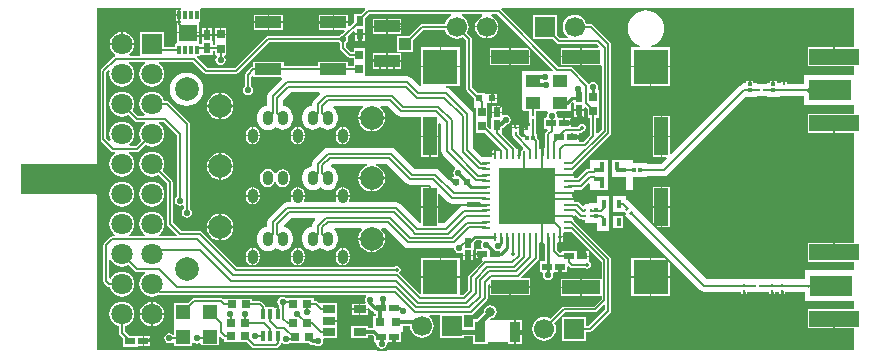
<source format=gtl>
%FSLAX43Y43*%
%MOMM*%
G71*
G01*
G75*
G04 Layer_Physical_Order=1*
G04 Layer_Color=2232046*
%ADD10R,3.600X1.800*%
%ADD11R,0.800X0.650*%
%ADD12R,0.650X0.800*%
%ADD13R,0.282X0.205*%
%ADD14R,0.205X0.282*%
%ADD15R,1.200X1.200*%
%ADD16R,0.900X0.600*%
%ADD17R,0.600X0.900*%
%ADD18R,0.350X0.350*%
%ADD19R,0.350X0.350*%
G04:AMPARAMS|DCode=20|XSize=0.205mm|YSize=0.282mm|CornerRadius=0mm|HoleSize=0mm|Usage=FLASHONLY|Rotation=315.000|XOffset=0mm|YOffset=0mm|HoleType=Round|Shape=Rectangle|*
%AMROTATEDRECTD20*
4,1,4,-0.172,-0.027,0.027,0.172,0.172,0.027,-0.027,-0.172,-0.172,-0.027,0.0*
%
%ADD20ROTATEDRECTD20*%

%ADD21R,0.350X0.700*%
%ADD22R,0.600X0.600*%
%ADD23R,0.950X1.750*%
%ADD24R,0.600X0.500*%
%ADD25R,0.762X0.762*%
%ADD26R,0.350X0.850*%
%ADD27R,1.100X0.700*%
%ADD28O,0.700X0.250*%
%ADD29O,0.250X0.700*%
%ADD30R,4.700X4.700*%
%ADD31R,1.600X1.400*%
%ADD32R,0.300X0.700*%
%ADD33R,1.300X1.100*%
%ADD34R,2.250X1.000*%
%ADD35R,2.200X1.050*%
%ADD36R,1.050X1.000*%
%ADD37R,1.200X3.200*%
%ADD38R,3.000X3.000*%
%ADD39R,3.200X1.200*%
%ADD40C,0.300*%
%ADD41C,0.254*%
%ADD42C,0.150*%
%ADD43C,0.203*%
%ADD44C,0.175*%
%ADD45C,0.152*%
%ADD46C,0.200*%
%ADD47C,0.400*%
%ADD48C,0.195*%
%ADD49C,0.170*%
%ADD50C,0.210*%
%ADD51C,0.190*%
%ADD52C,0.350*%
%ADD53R,1.547X1.240*%
%ADD54R,0.920X0.400*%
%ADD55R,0.920X0.400*%
%ADD56R,0.900X0.400*%
%ADD57R,0.002X0.195*%
%ADD58R,0.000X0.195*%
%ADD59R,0.486X1.169*%
%ADD60R,0.729X0.544*%
%ADD61R,0.428X1.195*%
%ADD62R,0.643X0.715*%
%ADD63C,2.000*%
%ADD64O,0.900X1.200*%
%ADD65O,0.900X1.250*%
%ADD66C,1.700*%
%ADD67R,4.200X1.350*%
%ADD68R,1.700X1.700*%
%ADD69C,1.800*%
%ADD70R,1.800X1.800*%
%ADD71C,0.550*%
%ADD72C,0.350*%
%ADD73C,0.800*%
G36*
X60727Y6104D02*
X60592D01*
X60725Y6237D01*
X60727D01*
Y6104D01*
D02*
G37*
G36*
X41207Y11712D02*
X41258Y11678D01*
X41292Y11655D01*
X41392Y11635D01*
X41466D01*
Y11554D01*
X41701D01*
Y11314D01*
X42074D01*
Y11296D01*
X42727D01*
Y10619D01*
X43877D01*
Y10846D01*
X44953D01*
Y11913D01*
X45091Y11970D01*
X45281Y11780D01*
X45617Y11444D01*
X45617D01*
X45653D01*
X48594Y8503D01*
X48537Y8364D01*
X47355D01*
Y6801D01*
X48918D01*
Y7983D01*
X49057Y8040D01*
X51460Y5637D01*
X51627Y5525D01*
X51824Y5486D01*
X54925D01*
Y5301D01*
X55457D01*
Y5458D01*
X55597D01*
Y5458D01*
X57077D01*
Y5485D01*
X57291D01*
Y5300D01*
X57823D01*
Y5485D01*
X58175D01*
Y5300D01*
X58707D01*
Y5485D01*
X60326D01*
Y4700D01*
X64496D01*
Y3975D01*
X60601D01*
Y2375D01*
X62764D01*
Y3175D01*
X62889D01*
Y2375D01*
X64496D01*
Y504D01*
X24553D01*
X24539Y653D01*
X24677Y681D01*
X24817Y775D01*
X24911Y915D01*
X24944Y1081D01*
X24943Y1088D01*
X25038Y1204D01*
X25068D01*
Y1239D01*
X25496D01*
Y1664D01*
X25621D01*
Y1239D01*
X26133D01*
Y2089D01*
X26306D01*
Y2569D01*
X26924D01*
X26957Y2321D01*
X27058Y2078D01*
X27218Y1869D01*
X27427Y1709D01*
X27670Y1608D01*
X27931Y1573D01*
X28192Y1608D01*
X28435Y1709D01*
X28644Y1869D01*
X28804Y2078D01*
X28905Y2321D01*
X28940Y2582D01*
X28905Y2843D01*
X28804Y3086D01*
X28644Y3295D01*
X28544Y3372D01*
X28592Y3514D01*
X29471D01*
Y1582D01*
X31471D01*
Y1721D01*
X32219D01*
Y1053D01*
X33489D01*
Y1215D01*
X35204D01*
Y1088D01*
X35742D01*
Y2088D01*
Y3088D01*
X35204D01*
Y3053D01*
X35183Y3040D01*
X33711D01*
X33695Y3079D01*
X33766Y3211D01*
X33934Y3245D01*
X34116Y3366D01*
X34237Y3548D01*
X34280Y3763D01*
X34237Y3978D01*
X34116Y4160D01*
X33934Y4281D01*
X33719Y4324D01*
X33504Y4281D01*
X33322Y4160D01*
X33201Y3978D01*
X33158Y3763D01*
X33165Y3728D01*
X32594Y3158D01*
X32571Y3123D01*
X32219D01*
Y2455D01*
X31471D01*
Y3514D01*
X32104D01*
X32196Y3533D01*
X32273Y3585D01*
X33425Y4737D01*
X33477Y4814D01*
X33496Y4906D01*
X33496Y4906D01*
Y6084D01*
X33620Y6167D01*
X33668Y6147D01*
Y5951D01*
X37118D01*
Y6614D01*
X36411D01*
X36354Y6753D01*
X37781Y8180D01*
X37833Y8257D01*
X37851Y8349D01*
X37851Y8349D01*
X37851Y8349D01*
Y8349D01*
Y9619D01*
X37984Y9690D01*
X38004Y9676D01*
X38025Y9697D01*
X38049Y9684D01*
Y10130D01*
X38174D01*
Y9662D01*
X38203Y9668D01*
X38218Y9655D01*
X38319Y9505D01*
Y8058D01*
X37947D01*
Y7138D01*
X38114D01*
X38209Y7022D01*
X38182Y6883D01*
X38215Y6717D01*
X38309Y6577D01*
X38449Y6483D01*
X38615Y6450D01*
X38781Y6483D01*
X38921Y6577D01*
X39015Y6717D01*
X39048Y6883D01*
X39021Y7022D01*
X39116Y7138D01*
X39167D01*
Y7173D01*
X39595D01*
Y7598D01*
X39720D01*
Y7173D01*
X40232D01*
Y7578D01*
X40371Y7635D01*
X40424Y7581D01*
X40424D01*
X40424Y7581D01*
X40424Y7581D01*
Y7581D01*
X40511Y7524D01*
X40613Y7503D01*
X41740D01*
X41799Y7464D01*
X41926Y7439D01*
X42053Y7464D01*
X42160Y7536D01*
X42232Y7643D01*
X42257Y7770D01*
X42232Y7897D01*
X42160Y8004D01*
X42059Y8072D01*
Y8396D01*
X41738D01*
X41596Y8253D01*
X41577Y8234D01*
X41065D01*
X41036Y8263D01*
Y8883D01*
X40994D01*
Y8918D01*
X39774D01*
Y8801D01*
X39635Y8744D01*
X39378Y9001D01*
Y9601D01*
X39511Y9672D01*
X39514Y9669D01*
X39549Y9662D01*
Y10130D01*
X39612D01*
Y10192D01*
X39867D01*
Y10355D01*
X39856Y10406D01*
X39952Y10522D01*
X40102D01*
Y10556D01*
X40112Y10564D01*
X40562D01*
X40585Y10569D01*
X43132Y8022D01*
Y6564D01*
X43132D01*
X43118D01*
X43026Y6564D01*
X43026Y6564D01*
Y6564D01*
X41456D01*
Y5839D01*
Y5114D01*
X43026D01*
X43026Y5114D01*
Y5114D01*
X43118Y5114D01*
X43132Y5100D01*
Y4891D01*
X42460Y4219D01*
X39916D01*
X39824Y4200D01*
X39747Y4148D01*
X38793Y3195D01*
X38776Y3208D01*
X38533Y3309D01*
X38272Y3344D01*
X38011Y3309D01*
X37768Y3208D01*
X37559Y3048D01*
X37399Y2839D01*
X37298Y2596D01*
X37263Y2335D01*
X37298Y2074D01*
X37399Y1831D01*
X37559Y1622D01*
X37768Y1462D01*
X38011Y1361D01*
X38272Y1326D01*
X38533Y1361D01*
X38776Y1462D01*
X38985Y1622D01*
X39146Y1831D01*
X39246Y2074D01*
X39281Y2335D01*
X39246Y2596D01*
X39146Y2839D01*
X39132Y2856D01*
X40015Y3739D01*
X42559D01*
X42651Y3758D01*
X42728Y3810D01*
X43306Y4387D01*
X43444Y4330D01*
Y3976D01*
X42043Y2575D01*
X41812D01*
Y3335D01*
X39812D01*
Y1335D01*
X41812D01*
Y2095D01*
X42142D01*
X42234Y2114D01*
X42311Y2166D01*
X43853Y3708D01*
X43905Y3785D01*
X43924Y3877D01*
X43924Y3877D01*
Y8257D01*
X43905Y8349D01*
X43853Y8426D01*
X40834Y11446D01*
X40830Y11466D01*
X40767Y11560D01*
X40744Y11575D01*
X40742Y11675D01*
X40742Y11675D01*
X40742D01*
D01*
D01*
D01*
X40797Y11757D01*
X40804Y11792D01*
X40337D01*
Y11917D01*
X40819D01*
X40938Y11981D01*
X41207Y11712D01*
D02*
G37*
G36*
X32996Y12919D02*
Y12755D01*
X32876Y12635D01*
X31736D01*
Y13095D01*
X32820D01*
X32996Y12919D01*
D02*
G37*
G36*
X23133Y29358D02*
X22775Y29000D01*
X22207D01*
Y28337D01*
X21814Y27943D01*
X21675Y28001D01*
Y28235D01*
X20487D01*
Y27672D01*
X21346D01*
X21404Y27533D01*
X21142Y27272D01*
X21083Y27260D01*
X20943Y27166D01*
X20906Y27112D01*
X14877D01*
X14780Y27093D01*
X14699Y27038D01*
X12096Y24436D01*
X9728D01*
X8847Y25316D01*
X8905Y25455D01*
X9160D01*
Y25505D01*
X9290D01*
Y25505D01*
X10210D01*
Y25863D01*
X10390D01*
Y25505D01*
X10479D01*
X10569Y25371D01*
X10475Y25231D01*
X10442Y25065D01*
X10475Y24899D01*
X10569Y24759D01*
X10709Y24665D01*
X10875Y24632D01*
X11041Y24665D01*
X11181Y24759D01*
X11275Y24899D01*
X11308Y25065D01*
X11275Y25231D01*
X11181Y25371D01*
X11271Y25505D01*
X11360D01*
Y26625D01*
X11325D01*
Y26740D01*
X11325D01*
Y27202D01*
X10425D01*
Y26740D01*
X10425D01*
Y26660D01*
X10390Y26625D01*
X10390D01*
Y26367D01*
X10210D01*
Y26725D01*
X10175D01*
Y27153D01*
X9325D01*
Y26725D01*
X9290D01*
Y26475D01*
X9160D01*
Y26475D01*
X9025Y26475D01*
Y26590D01*
X9025D01*
Y27353D01*
X7175D01*
Y26590D01*
X7175D01*
Y26581D01*
X7069Y26475D01*
X7040D01*
Y26206D01*
X6120D01*
Y27480D01*
X4020D01*
Y25459D01*
X3182D01*
X3134Y25601D01*
X3261Y25699D01*
X3425Y25913D01*
X3529Y26162D01*
X3556Y26368D01*
X1504D01*
X1531Y26162D01*
X1635Y25913D01*
X1799Y25699D01*
X1945Y25587D01*
X1911Y25441D01*
X1907Y25440D01*
X1826Y25385D01*
X788Y24347D01*
X733Y24266D01*
X714Y24169D01*
Y18399D01*
X733Y18302D01*
X788Y18221D01*
X1625Y17384D01*
X1706Y17329D01*
X1803Y17310D01*
X1927D01*
X1975Y17168D01*
X1781Y17019D01*
X1613Y16800D01*
X1507Y16544D01*
X1471Y16270D01*
X1507Y15996D01*
X1613Y15740D01*
X1781Y15521D01*
X2000Y15353D01*
X2256Y15247D01*
X2530Y15211D01*
X2804Y15247D01*
X3060Y15353D01*
X3279Y15521D01*
X3447Y15740D01*
X3553Y15996D01*
X3589Y16270D01*
X3553Y16544D01*
X3447Y16800D01*
X3279Y17019D01*
X3085Y17168D01*
X3133Y17310D01*
X3822D01*
X3919Y17329D01*
X4000Y17384D01*
X4000Y17384D01*
X4000Y17384D01*
X4523Y17906D01*
X4540Y17893D01*
X4796Y17787D01*
X5070Y17751D01*
X5344Y17787D01*
X5600Y17893D01*
X5819Y18061D01*
X5987Y18280D01*
X6093Y18536D01*
X6129Y18810D01*
X6093Y19084D01*
X5987Y19340D01*
X5819Y19559D01*
X5637Y19699D01*
X5685Y19841D01*
X6093D01*
X7201Y18733D01*
Y13540D01*
X7121Y13486D01*
X7027Y13346D01*
X6994Y13180D01*
X7027Y13014D01*
X7121Y12874D01*
X7261Y12780D01*
X7427Y12747D01*
X7593Y12780D01*
X7658Y12823D01*
X7791Y12753D01*
Y12529D01*
X7715Y12478D01*
X7621Y12338D01*
X7588Y12172D01*
X7621Y12006D01*
X7715Y11866D01*
X7855Y11772D01*
X8021Y11739D01*
X8187Y11772D01*
X8327Y11866D01*
X8421Y12006D01*
X8454Y12172D01*
X8421Y12338D01*
X8327Y12478D01*
X8295Y12500D01*
Y19650D01*
X8276Y19747D01*
X8221Y19828D01*
X6521Y21528D01*
X6440Y21583D01*
X6343Y21602D01*
X6096D01*
X6093Y21624D01*
X5987Y21880D01*
X5819Y22099D01*
X5600Y22267D01*
X5344Y22373D01*
X5070Y22409D01*
X4796Y22373D01*
X4540Y22267D01*
X4321Y22099D01*
X4153Y21880D01*
X4047Y21624D01*
X4011Y21350D01*
X4047Y21076D01*
X4153Y20820D01*
X4321Y20601D01*
X4469Y20487D01*
X4421Y20345D01*
X3892D01*
X3434Y20803D01*
X3447Y20820D01*
X3553Y21076D01*
X3589Y21350D01*
X3553Y21624D01*
X3447Y21880D01*
X3279Y22099D01*
X3060Y22267D01*
X2804Y22373D01*
X2530Y22409D01*
X2256Y22373D01*
X2000Y22267D01*
X1781Y22099D01*
X1613Y21880D01*
X1507Y21624D01*
X1471Y21350D01*
X1507Y21076D01*
X1613Y20820D01*
X1781Y20601D01*
X2000Y20433D01*
X2256Y20327D01*
X2530Y20291D01*
X2804Y20327D01*
X3060Y20433D01*
X3077Y20446D01*
X3609Y19915D01*
X3690Y19860D01*
X3787Y19841D01*
X4455D01*
X4503Y19699D01*
X4321Y19559D01*
X4153Y19340D01*
X4047Y19084D01*
X4011Y18810D01*
X4047Y18536D01*
X4153Y18280D01*
X4166Y18263D01*
X3717Y17814D01*
X3191D01*
X3142Y17956D01*
X3279Y18061D01*
X3447Y18280D01*
X3553Y18536D01*
X3589Y18810D01*
X3553Y19084D01*
X3447Y19340D01*
X3279Y19559D01*
X3060Y19727D01*
X2804Y19833D01*
X2530Y19869D01*
X2256Y19833D01*
X2000Y19727D01*
X1781Y19559D01*
X1613Y19340D01*
X1507Y19084D01*
X1471Y18810D01*
X1507Y18536D01*
X1587Y18343D01*
X1462Y18260D01*
X1218Y18504D01*
Y24064D01*
X1371Y24217D01*
X1505Y24150D01*
X1471Y23890D01*
X1507Y23616D01*
X1613Y23360D01*
X1781Y23141D01*
X2000Y22973D01*
X2256Y22867D01*
X2530Y22831D01*
X2804Y22867D01*
X3060Y22973D01*
X3279Y23141D01*
X3447Y23360D01*
X3553Y23616D01*
X3589Y23890D01*
X3553Y24164D01*
X3447Y24420D01*
X3279Y24639D01*
X3060Y24807D01*
X3059Y24808D01*
X3088Y24955D01*
X4512D01*
X4541Y24808D01*
X4540Y24807D01*
X4321Y24639D01*
X4153Y24420D01*
X4047Y24164D01*
X4011Y23890D01*
X4047Y23616D01*
X4153Y23360D01*
X4321Y23141D01*
X4540Y22973D01*
X4796Y22867D01*
X5070Y22831D01*
X5344Y22867D01*
X5600Y22973D01*
X5819Y23141D01*
X5987Y23360D01*
X6093Y23616D01*
X6129Y23890D01*
X6093Y24164D01*
X5987Y24420D01*
X5819Y24639D01*
X5600Y24807D01*
X5599Y24808D01*
X5628Y24955D01*
X8495D01*
X9445Y24006D01*
X9445D01*
X9445Y24006D01*
X9445D01*
X9445Y24006D01*
Y24006D01*
X9445Y24006D01*
Y24006D01*
X9526Y23951D01*
X9623Y23932D01*
X12201D01*
X12298Y23951D01*
X12379Y24006D01*
X14982Y26608D01*
X20906D01*
X20943Y26554D01*
X20997Y26517D01*
Y26123D01*
X21016Y26026D01*
X21071Y25945D01*
X21638Y25378D01*
X21638D01*
X21638Y25378D01*
X21638D01*
X21638Y25378D01*
Y25378D01*
X21638Y25378D01*
Y25378D01*
X21719Y25323D01*
X21816Y25304D01*
X22148D01*
Y24996D01*
X22148Y24996D01*
X22148Y24916D01*
X22148D01*
Y24549D01*
X21710D01*
Y24957D01*
X19140D01*
Y24549D01*
X16210D01*
Y24957D01*
X13640D01*
Y24547D01*
X13554Y24530D01*
X13473Y24475D01*
X13012Y24014D01*
X12957Y23933D01*
X12938Y23836D01*
Y22869D01*
X12884Y22832D01*
X12790Y22692D01*
X12757Y22526D01*
X12790Y22360D01*
X12884Y22220D01*
X13024Y22126D01*
X13190Y22093D01*
X13356Y22126D01*
X13496Y22220D01*
X13590Y22360D01*
X13623Y22526D01*
X13590Y22692D01*
X13496Y22832D01*
X13442Y22869D01*
Y23680D01*
X13567Y23763D01*
X13640Y23733D01*
Y23637D01*
X16002D01*
X16059Y23498D01*
X14962Y22401D01*
X14855Y22241D01*
X14817Y22052D01*
Y21218D01*
X14641Y21195D01*
X14434Y21109D01*
X14257Y20973D01*
X14121Y20796D01*
X14035Y20589D01*
X14006Y20367D01*
Y20017D01*
X14035Y19795D01*
X14121Y19588D01*
X14257Y19411D01*
X14434Y19275D01*
X14641Y19189D01*
X14863Y19160D01*
X15085Y19189D01*
X15292Y19275D01*
X15469Y19411D01*
X15469Y19411D01*
Y19411D01*
X15527Y19436D01*
Y19436D01*
X15527Y19436D01*
X15704Y19300D01*
X15911Y19214D01*
X16133Y19185D01*
X16355Y19214D01*
X16562Y19300D01*
X16739Y19436D01*
X16875Y19613D01*
X16961Y19820D01*
X16990Y20042D01*
Y20342D01*
X16961Y20564D01*
X16875Y20771D01*
X16739Y20948D01*
X16562Y21084D01*
X16355Y21170D01*
X16179Y21193D01*
Y21692D01*
X16831Y22344D01*
X19229D01*
X19287Y22206D01*
X18772Y21691D01*
X18665Y21531D01*
X18627Y21341D01*
Y21193D01*
X18451Y21170D01*
X18244Y21084D01*
X18067Y20948D01*
X17931Y20771D01*
X17845Y20564D01*
X17816Y20342D01*
Y20042D01*
X17845Y19820D01*
X17931Y19613D01*
X18067Y19436D01*
X18244Y19300D01*
X18451Y19214D01*
X18673Y19185D01*
X18895Y19214D01*
X19102Y19300D01*
X19279Y19436D01*
X19337D01*
X19514Y19300D01*
X19721Y19214D01*
X19943Y19185D01*
X20165Y19214D01*
X20372Y19300D01*
X20549Y19436D01*
X20685Y19613D01*
X20771Y19820D01*
X20800Y20042D01*
Y20342D01*
X20771Y20564D01*
X20685Y20771D01*
X20549Y20948D01*
X20415Y21051D01*
X20463Y21194D01*
X22897D01*
X22945Y21051D01*
X22871Y20994D01*
X22690Y20759D01*
X22577Y20486D01*
X22547Y20254D01*
X24799D01*
X24769Y20486D01*
X24656Y20759D01*
X24475Y20994D01*
X24401Y21051D01*
X24449Y21194D01*
X25041D01*
X25805Y20429D01*
X25805D01*
X25805Y20429D01*
X25805Y20429D01*
Y20429D01*
X25965Y20322D01*
X26154Y20285D01*
X27868D01*
Y18701D01*
X29318D01*
Y19703D01*
X29457Y19761D01*
X29577Y19640D01*
Y17394D01*
X29615Y17205D01*
X29722Y17044D01*
X29722Y17044D01*
X29722Y17044D01*
X29881Y16885D01*
X29881Y16885D01*
X29881Y16885D01*
X29881Y16885D01*
X30753Y16013D01*
X30739Y15864D01*
X30710Y15844D01*
X30616Y15704D01*
X30583Y15538D01*
X30616Y15372D01*
X30669Y15292D01*
X30598Y15160D01*
X30424D01*
X30357Y15093D01*
Y14993D01*
X30218Y14935D01*
X29408Y15746D01*
X29248Y15853D01*
X29059Y15891D01*
X27298D01*
X25664Y17525D01*
X25503Y17632D01*
X25314Y17670D01*
X19969D01*
X19780Y17632D01*
X19619Y17525D01*
X18772Y16677D01*
X18665Y16517D01*
X18627Y16327D01*
Y16097D01*
X18451Y16074D01*
X18244Y15988D01*
X18067Y15852D01*
X17931Y15675D01*
X17845Y15468D01*
X17816Y15246D01*
Y14946D01*
X17845Y14724D01*
X17931Y14517D01*
X18067Y14340D01*
X18244Y14204D01*
X18451Y14118D01*
X18673Y14089D01*
X18895Y14118D01*
X19102Y14204D01*
X19279Y14340D01*
X19337D01*
X19514Y14204D01*
X19721Y14118D01*
X19943Y14089D01*
X20165Y14118D01*
X20372Y14204D01*
X20549Y14340D01*
X20685Y14517D01*
X20771Y14724D01*
X20800Y14946D01*
Y15246D01*
X20771Y15468D01*
X20685Y15675D01*
X20549Y15852D01*
X20372Y15988D01*
X20240Y16043D01*
X20211Y16190D01*
X20328Y16308D01*
X23274D01*
X23303Y16160D01*
X23106Y16079D01*
X22871Y15898D01*
X22690Y15663D01*
X22577Y15390D01*
X22547Y15158D01*
X24799D01*
X24769Y15390D01*
X24656Y15663D01*
X24475Y15898D01*
X24240Y16079D01*
X24043Y16160D01*
X24072Y16308D01*
X24955D01*
X26589Y14673D01*
X26589D01*
X26589Y14673D01*
X26589D01*
X26589Y14673D01*
Y14673D01*
X26589Y14673D01*
Y14673D01*
X26749Y14566D01*
X26938Y14528D01*
X28601D01*
X28684Y14404D01*
X28668Y14364D01*
X28656D01*
Y12701D01*
X29318D01*
Y13714D01*
X29457Y13771D01*
X30159Y13069D01*
X30319Y12961D01*
X30509Y12924D01*
X31471D01*
X31486Y12775D01*
X31312Y12740D01*
X31151Y12633D01*
X29777Y11259D01*
X29318D01*
Y12576D01*
X27868D01*
Y11328D01*
X27729Y11270D01*
X26082Y12918D01*
X25922Y13025D01*
X25733Y13062D01*
X21807D01*
X21737Y13195D01*
X21755Y13222D01*
X21799Y13446D01*
Y13533D01*
X20627D01*
Y13446D01*
X20671Y13222D01*
X20689Y13195D01*
X20619Y13062D01*
X17997D01*
X17927Y13195D01*
X17945Y13222D01*
X17989Y13446D01*
Y13533D01*
X16817D01*
Y13446D01*
X16861Y13222D01*
X16879Y13195D01*
X16809Y13062D01*
X16505D01*
X16316Y13025D01*
X16155Y12918D01*
X14962Y11724D01*
X14855Y11564D01*
X14817Y11375D01*
Y10976D01*
X14641Y10953D01*
X14434Y10867D01*
X14257Y10731D01*
X14121Y10554D01*
X14035Y10347D01*
X14006Y10125D01*
Y9775D01*
X14035Y9553D01*
X14121Y9346D01*
X14257Y9169D01*
X14434Y9033D01*
X14641Y8947D01*
X14863Y8918D01*
X15085Y8947D01*
X15292Y9033D01*
X15469Y9169D01*
X15469Y9169D01*
Y9169D01*
X15527Y9194D01*
Y9194D01*
X15527Y9194D01*
X15704Y9058D01*
X15911Y8972D01*
X16133Y8943D01*
X16355Y8972D01*
X16562Y9058D01*
X16739Y9194D01*
X16875Y9371D01*
X16961Y9578D01*
X16990Y9800D01*
Y10100D01*
X16961Y10322D01*
X16875Y10529D01*
X16739Y10706D01*
X16562Y10842D01*
X16355Y10928D01*
X16291Y10937D01*
X16242Y11079D01*
X16864Y11700D01*
X18849D01*
X18907Y11562D01*
X18772Y11427D01*
X18772Y11427D01*
X18665Y11267D01*
X18627Y11078D01*
Y10951D01*
X18451Y10928D01*
X18244Y10842D01*
X18067Y10706D01*
X17931Y10529D01*
X17845Y10322D01*
X17816Y10100D01*
Y9800D01*
X17845Y9578D01*
X17931Y9371D01*
X18067Y9194D01*
X18244Y9058D01*
X18451Y8972D01*
X18673Y8943D01*
X18895Y8972D01*
X19102Y9058D01*
X19279Y9194D01*
X19337D01*
X19514Y9058D01*
X19721Y8972D01*
X19943Y8943D01*
X20165Y8972D01*
X20372Y9058D01*
X20549Y9194D01*
X20685Y9371D01*
X20771Y9578D01*
X20800Y9800D01*
Y10100D01*
X20771Y10322D01*
X20685Y10529D01*
X20549Y10706D01*
X20523Y10726D01*
X20571Y10868D01*
X22790D01*
X22857Y10734D01*
X22690Y10517D01*
X22577Y10244D01*
X22547Y10012D01*
X24799D01*
X24769Y10244D01*
X24656Y10517D01*
X24489Y10734D01*
X24556Y10868D01*
X24864D01*
X26438Y9294D01*
X26438Y9294D01*
X26438D01*
X26438Y9294D01*
X26438D01*
X26438Y9294D01*
Y9294D01*
Y9294D01*
D01*
D01*
X26438D01*
Y9294D01*
X26599Y9187D01*
X26788Y9149D01*
X30621D01*
X30670Y9116D01*
X30694Y8997D01*
X30788Y8857D01*
X30928Y8763D01*
X31094Y8730D01*
X31260Y8763D01*
X31289Y8782D01*
X31421Y8711D01*
Y8604D01*
X32271D01*
Y9032D01*
X32306D01*
Y9638D01*
X32505Y9837D01*
X32963D01*
X33034Y9705D01*
X32961Y9595D01*
X32928Y9429D01*
X32961Y9263D01*
X32999Y9206D01*
X32928Y9074D01*
X32479D01*
Y8712D01*
X33054D01*
Y8587D01*
X32479D01*
Y8224D01*
X32544D01*
X32771Y8451D01*
X32783D01*
X33010Y8224D01*
X33020D01*
X33028Y8206D01*
X33050Y8184D01*
X33041Y8175D01*
X33078Y8085D01*
X31917Y6924D01*
X31865Y6847D01*
X31846Y6755D01*
Y5641D01*
X31377Y5172D01*
X31118D01*
Y6676D01*
X27868D01*
Y5382D01*
X27729Y5324D01*
X26027Y7026D01*
X26019Y7032D01*
X26019Y7090D01*
X26091Y7197D01*
X26116Y7324D01*
X26091Y7451D01*
X26019Y7558D01*
X25912Y7630D01*
X25785Y7655D01*
X25658Y7630D01*
X25559Y7564D01*
X12294D01*
X9346Y10511D01*
X9269Y10563D01*
X9177Y10582D01*
X7569D01*
X6812Y11339D01*
Y14768D01*
X6812Y14768D01*
X6793Y14860D01*
X6741Y14937D01*
X5966Y15713D01*
X5987Y15740D01*
X6093Y15996D01*
X6129Y16270D01*
X6093Y16544D01*
X5987Y16800D01*
X5819Y17019D01*
X5600Y17187D01*
X5344Y17293D01*
X5070Y17329D01*
X4796Y17293D01*
X4540Y17187D01*
X4321Y17019D01*
X4153Y16800D01*
X4047Y16544D01*
X4011Y16270D01*
X4047Y15996D01*
X4153Y15740D01*
X4321Y15521D01*
X4540Y15353D01*
X4796Y15247D01*
X5070Y15211D01*
X5344Y15247D01*
X5600Y15353D01*
X5627Y15374D01*
X6332Y14669D01*
Y11240D01*
X6332Y11240D01*
X6332D01*
X6351Y11148D01*
X6403Y11071D01*
X7167Y10306D01*
X7110Y10168D01*
X5696D01*
X5648Y10310D01*
X5819Y10441D01*
X5987Y10660D01*
X6093Y10916D01*
X6129Y11190D01*
X6093Y11464D01*
X5987Y11720D01*
X5819Y11939D01*
X5600Y12107D01*
X5344Y12213D01*
X5070Y12249D01*
X4796Y12213D01*
X4540Y12107D01*
X4321Y11939D01*
X4153Y11720D01*
X4047Y11464D01*
X4011Y11190D01*
X4047Y10916D01*
X4153Y10660D01*
X4321Y10441D01*
X4492Y10310D01*
X4444Y10168D01*
X3156D01*
X3108Y10310D01*
X3279Y10441D01*
X3447Y10660D01*
X3553Y10916D01*
X3589Y11190D01*
X3553Y11464D01*
X3447Y11720D01*
X3279Y11939D01*
X3060Y12107D01*
X2804Y12213D01*
X2530Y12249D01*
X2256Y12213D01*
X2000Y12107D01*
X1781Y11939D01*
X1613Y11720D01*
X1507Y11464D01*
X1471Y11190D01*
X1507Y10916D01*
X1613Y10660D01*
X1781Y10441D01*
X1952Y10310D01*
X1904Y10168D01*
X1709D01*
X1617Y10149D01*
X1540Y10097D01*
X1027Y9584D01*
X975Y9507D01*
X956Y9415D01*
Y6355D01*
X956Y6355D01*
X956D01*
X975Y6263D01*
X1027Y6186D01*
X1272Y5941D01*
X1349Y5889D01*
X1441Y5870D01*
X1502D01*
X1507Y5836D01*
X1613Y5580D01*
X1781Y5361D01*
X2000Y5193D01*
X2256Y5087D01*
X2530Y5051D01*
X2804Y5087D01*
X3060Y5193D01*
X3279Y5361D01*
X3447Y5580D01*
X3553Y5836D01*
X3589Y6110D01*
X3553Y6384D01*
X3447Y6640D01*
X3279Y6859D01*
X3060Y7027D01*
X2804Y7133D01*
X2530Y7169D01*
X2256Y7133D01*
X2000Y7027D01*
X1781Y6859D01*
X1613Y6640D01*
X1607Y6626D01*
X1574Y6593D01*
X1436Y6650D01*
Y8164D01*
X1583Y8193D01*
X1613Y8120D01*
X1781Y7901D01*
X2000Y7733D01*
X2256Y7627D01*
X2530Y7591D01*
X2804Y7627D01*
X3060Y7733D01*
X3087Y7754D01*
X3627Y7215D01*
X3704Y7163D01*
X3796Y7144D01*
X4460D01*
X4508Y7002D01*
X4321Y6859D01*
X4153Y6640D01*
X4047Y6384D01*
X4011Y6110D01*
X4047Y5836D01*
X4153Y5580D01*
X4321Y5361D01*
X4540Y5193D01*
X4796Y5087D01*
X5070Y5051D01*
X5344Y5087D01*
X5600Y5193D01*
X5640Y5224D01*
X5649Y5218D01*
X5741Y5199D01*
X23156D01*
X23226Y5067D01*
X23149Y4951D01*
X23116Y4785D01*
X23149Y4619D01*
X23167Y4592D01*
X23096Y4460D01*
X22712D01*
Y4048D01*
X23324D01*
Y4073D01*
X23463Y4130D01*
X23737Y3855D01*
X23840Y3787D01*
X23893Y3776D01*
Y3619D01*
X24036D01*
Y3426D01*
X23811D01*
Y2401D01*
X23359D01*
Y2595D01*
X21939D01*
Y1575D01*
X23359D01*
Y1769D01*
X23754D01*
X23848Y1675D01*
Y1204D01*
X23984D01*
X24079Y1088D01*
X24078Y1081D01*
X24111Y915D01*
X24205Y775D01*
X24345Y681D01*
X24483Y653D01*
X24469Y504D01*
X456D01*
Y13523D01*
X456Y13523D01*
X441Y13601D01*
X396Y13667D01*
X396Y13667D01*
X394Y13669D01*
X328Y13713D01*
X250Y13729D01*
X-6021D01*
Y16271D01*
X250D01*
X328Y16287D01*
X394Y16331D01*
Y16331D01*
X394D01*
X438Y16397D01*
X454Y16475D01*
Y29496D01*
X7540D01*
Y29375D01*
X7540D01*
X7540Y29340D01*
X7412D01*
Y28865D01*
Y28390D01*
X7540D01*
X7540Y28355D01*
X7540D01*
Y28346D01*
X7434Y28240D01*
X7175D01*
Y27478D01*
X9025D01*
Y28240D01*
X9025D01*
Y28249D01*
X9131Y28355D01*
X9160D01*
Y29375D01*
X9160D01*
Y29390D01*
X9266Y29496D01*
X23075D01*
X23133Y29358D01*
D02*
G37*
G36*
X30424Y28807D02*
X30369Y28784D01*
X30160Y28623D01*
X30000Y28414D01*
X29899Y28171D01*
X29898Y28162D01*
X27935D01*
X27838Y28143D01*
X27757Y28088D01*
X26801Y27133D01*
X25813D01*
Y25813D01*
X27183D01*
Y26801D01*
X28040Y27658D01*
X29898D01*
X29899Y27649D01*
X30000Y27406D01*
X30160Y27197D01*
X30369Y27037D01*
X30612Y26936D01*
X30873Y26901D01*
X31134Y26936D01*
X31377Y27037D01*
X31384Y27042D01*
X31693Y26733D01*
Y22598D01*
X31712Y22502D01*
X31767Y22420D01*
X31767Y22420D01*
X31767Y22420D01*
X32306Y21882D01*
X32305Y21861D01*
X32305Y21860D01*
X32305Y21860D01*
Y21072D01*
X32495D01*
Y20163D01*
X32495Y20163D01*
X32495D01*
X32495Y20137D01*
Y20097D01*
Y20057D01*
X32495Y20031D01*
X32495Y20031D01*
X32495D01*
Y18937D01*
X33274D01*
X34475Y17736D01*
X34511Y17554D01*
X34510Y17537D01*
X34431Y17485D01*
X34376Y17402D01*
D01*
X34292Y17485D01*
X34292Y17485D01*
Y17485D01*
X34209Y17540D01*
X34174Y17547D01*
Y17080D01*
X34112D01*
Y17017D01*
X33857D01*
Y16960D01*
X33741Y16864D01*
X33612Y16890D01*
X33162D01*
X33052Y16868D01*
X32252Y17668D01*
Y20482D01*
X32215Y20671D01*
X32108Y20831D01*
X30317Y22622D01*
X30157Y22729D01*
X29976Y22765D01*
X29991Y22914D01*
X31118D01*
Y24476D01*
X27868D01*
Y22934D01*
X27729Y22876D01*
X27044Y23562D01*
X26884Y23669D01*
X26694Y23706D01*
X23118D01*
Y23796D01*
X23118D01*
Y24916D01*
D01*
Y24916D01*
X23118Y24916D01*
Y24996D01*
X23118D01*
Y26116D01*
X22148D01*
Y25808D01*
X21921D01*
X21501Y26228D01*
Y26517D01*
X21555Y26554D01*
X21649Y26694D01*
X21682Y26860D01*
X21649Y27026D01*
X21633Y27050D01*
X22103Y27520D01*
X22242Y27462D01*
Y27353D01*
X23092D01*
Y27780D01*
X23127D01*
Y28638D01*
X23443Y28954D01*
X30395D01*
X30424Y28807D01*
D02*
G37*
G36*
X60727Y5760D02*
X60590Y5897D01*
X60727D01*
Y5760D01*
D02*
G37*
G36*
X60705Y22655D02*
X60570D01*
X60703Y22788D01*
X60705D01*
Y22655D01*
D02*
G37*
G36*
X60703Y22325D02*
X60570Y22458D01*
Y22460D01*
X60703D01*
Y22325D01*
D02*
G37*
G36*
X60302Y21258D02*
X64496D01*
Y20533D01*
X60577D01*
Y18933D01*
X62739D01*
Y19733D01*
X62864D01*
Y18933D01*
X64496D01*
Y9625D01*
X62889D01*
Y8825D01*
X62764D01*
Y9625D01*
X60601D01*
Y8025D01*
X64496D01*
Y7300D01*
X60326D01*
Y6515D01*
X57077D01*
Y6540D01*
X55597D01*
Y6516D01*
X52037D01*
X47778Y10775D01*
X47835Y10914D01*
X48131D01*
Y12576D01*
X47468D01*
Y11281D01*
X47329Y11224D01*
X46363Y12190D01*
X46382Y12209D01*
X45671Y12920D01*
X45335Y13256D01*
X45317Y13237D01*
X45177Y13331D01*
Y13619D01*
X44027D01*
Y13396D01*
X43877D01*
Y13619D01*
X42727D01*
Y12946D01*
X42074D01*
Y12928D01*
X41702D01*
Y12787D01*
X41563Y12730D01*
X41279Y13015D01*
X41193Y13072D01*
X41093Y13092D01*
X41088Y13091D01*
X40845D01*
X40774Y13223D01*
X40797Y13257D01*
X40804Y13292D01*
X40337D01*
Y13417D01*
X40763D01*
X40674Y13506D01*
Y13744D01*
X40722Y13792D01*
X40337D01*
Y13917D01*
X40804D01*
X40797Y13952D01*
X40771Y13992D01*
X40841Y14125D01*
X41379D01*
X41478Y14144D01*
X41563Y14201D01*
X41564Y14202D01*
X42024Y14663D01*
X42163Y14605D01*
Y14093D01*
X45828D01*
Y15202D01*
X45842D01*
Y15202D01*
X46992D01*
Y15268D01*
X48401D01*
X48596Y15307D01*
X48761Y15418D01*
X55315Y21971D01*
X56259D01*
Y22017D01*
X57104D01*
Y21971D01*
X58254D01*
Y22048D01*
X60302D01*
Y21258D01*
D02*
G37*
G36*
X64496Y26183D02*
X62864D01*
Y25383D01*
X62739D01*
Y26183D01*
X60577D01*
Y24583D01*
X64496D01*
Y23858D01*
X60302D01*
Y23068D01*
X58862D01*
Y23261D01*
X58330D01*
Y23121D01*
X58254D01*
Y23121D01*
X57979D01*
Y23346D01*
X57379D01*
Y23121D01*
X57104D01*
Y23099D01*
X56259D01*
Y23121D01*
X55984D01*
Y23346D01*
X55384D01*
Y23121D01*
X55109D01*
Y23053D01*
X54986Y23029D01*
X54821Y22918D01*
X49057Y17155D01*
X48918Y17212D01*
Y18576D01*
X48256D01*
Y16914D01*
X48620D01*
X48677Y16775D01*
X48190Y16288D01*
X46992D01*
Y16352D01*
X45842D01*
D01*
X45842D01*
X45828Y16366D01*
Y16613D01*
X42163D01*
Y15869D01*
X41979D01*
X41879Y15849D01*
X41851Y15830D01*
X41795Y15793D01*
X41087Y15085D01*
X40841D01*
X40770Y15217D01*
X40797Y15257D01*
X40804Y15292D01*
X40337D01*
Y15417D01*
X40726D01*
Y15571D01*
X40770Y15615D01*
X40780Y15668D01*
X40806Y15685D01*
X43863Y18743D01*
X43915Y18820D01*
X43934Y18912D01*
X43934Y18912D01*
Y26465D01*
X43915Y26557D01*
X43863Y26634D01*
X42418Y28079D01*
X42341Y28131D01*
X42249Y28150D01*
X41846D01*
X41843Y28171D01*
X41742Y28414D01*
X41582Y28623D01*
X41373Y28784D01*
X41130Y28884D01*
X40869Y28919D01*
X40608Y28884D01*
X40365Y28784D01*
X40156Y28623D01*
X39995Y28414D01*
X39895Y28171D01*
X39860Y27910D01*
X39895Y27649D01*
X39995Y27406D01*
X40156Y27197D01*
X40325Y27067D01*
X40277Y26925D01*
X39653D01*
X39329Y27249D01*
Y28910D01*
X37329D01*
Y26910D01*
X38990D01*
X39385Y26516D01*
X39462Y26464D01*
X39554Y26445D01*
X42721D01*
X42914Y26253D01*
X42856Y26114D01*
X41456D01*
Y25389D01*
Y24664D01*
X43118D01*
D01*
X43118D01*
X43154Y24628D01*
Y19207D01*
X42837Y18890D01*
X42698Y18947D01*
Y20193D01*
X42931D01*
Y21313D01*
D01*
Y21313D01*
X42931Y21313D01*
Y21393D01*
X42931D01*
Y22513D01*
X42921D01*
X42826Y22629D01*
X42858Y22790D01*
X42825Y22956D01*
X42731Y23096D01*
X42591Y23190D01*
X42425Y23223D01*
X42259Y23190D01*
X42119Y23096D01*
X42115Y23091D01*
X42014D01*
X40694Y24411D01*
X40613Y24466D01*
X40516Y24485D01*
X39508D01*
X34635Y29358D01*
X34693Y29496D01*
X64496D01*
Y26183D01*
D02*
G37*
G36*
X40803Y21491D02*
Y21354D01*
X40838D01*
Y20927D01*
X41688D01*
Y21047D01*
X41827Y21105D01*
X41961Y20970D01*
Y20193D01*
X42194D01*
Y18723D01*
X41589Y18118D01*
X41221D01*
Y18163D01*
X41221D01*
Y18525D01*
X40646D01*
Y18650D01*
X41221D01*
Y18906D01*
X41343D01*
X41438Y18925D01*
X41520Y18979D01*
X41589Y19049D01*
X41598Y19051D01*
X41705Y19123D01*
X41777Y19230D01*
X41785Y19270D01*
X41788Y19275D01*
X41807Y19371D01*
X41788Y19466D01*
X41777Y19483D01*
X41777Y19484D01*
X41705Y19591D01*
X41598Y19663D01*
X41471Y19688D01*
X41344Y19663D01*
X41237Y19591D01*
X41165Y19484D01*
X41149Y19406D01*
X40528D01*
Y19677D01*
X39953D01*
Y19739D01*
X39890D01*
Y20164D01*
X39463D01*
X39463Y20199D01*
X39463D01*
X39368Y20315D01*
X39379Y20374D01*
X39346Y20540D01*
X39302Y20606D01*
X39373Y20738D01*
X40532D01*
X40557Y20713D01*
Y21441D01*
X40664Y21549D01*
X40803Y21491D01*
D02*
G37*
G36*
X38590Y20606D02*
X38546Y20540D01*
X38513Y20374D01*
X38524Y20315D01*
X38429Y20199D01*
X38243D01*
Y19279D01*
X38528D01*
X38585Y19140D01*
X38423Y18978D01*
X38365Y18892D01*
X38345Y18790D01*
Y17609D01*
X38213Y17538D01*
X38209Y17540D01*
X38174Y17547D01*
Y17080D01*
X38049D01*
Y17547D01*
X38014Y17540D01*
X37996Y17528D01*
X37864Y17599D01*
Y18214D01*
X37845Y18311D01*
X37790Y18393D01*
X37670Y18513D01*
Y18863D01*
X37577D01*
Y18931D01*
X37577D01*
Y19533D01*
X37566D01*
Y19725D01*
X37601D01*
Y20200D01*
Y20725D01*
D01*
Y20725D01*
X37614Y20738D01*
X38519D01*
X38590Y20606D01*
D02*
G37*
G36*
X37027Y26253D02*
X36969Y26114D01*
X35456D01*
Y25451D01*
X37118D01*
Y25965D01*
X37257Y26023D01*
X38993Y24286D01*
X38936Y24147D01*
X36384Y24147D01*
Y20903D01*
X36497Y20790D01*
Y20784D01*
X36503D01*
X36549Y20738D01*
X36999D01*
Y20725D01*
X36999D01*
Y20200D01*
Y19725D01*
X37061D01*
Y19533D01*
X37052D01*
Y19498D01*
X36902D01*
Y19232D01*
X36839D01*
Y19169D01*
X36612D01*
Y18966D01*
X36612D01*
Y18905D01*
X36535Y18828D01*
X36535D01*
Y18598D01*
X36396Y18541D01*
X36155Y18783D01*
Y19164D01*
X36120D01*
Y19314D01*
X35588D01*
Y19164D01*
X35553D01*
Y18639D01*
X35619D01*
X35621Y18630D01*
X35676Y18548D01*
X35676Y18548D01*
X35676Y18548D01*
X36472Y17752D01*
X36514Y17540D01*
X36431Y17485D01*
X36376Y17402D01*
D01*
X36292Y17485D01*
X36292Y17485D01*
Y17485D01*
X36209Y17540D01*
X36174Y17547D01*
Y17080D01*
X36049D01*
Y17547D01*
X36014Y17540D01*
X36003Y17533D01*
X35865Y17591D01*
X35858Y17625D01*
X35800Y17712D01*
X34668Y18844D01*
X34712Y18951D01*
X34712D01*
X34712Y18951D01*
Y19300D01*
X34769Y19337D01*
X35042Y19611D01*
X35191Y19641D01*
X35331Y19735D01*
X35425Y19875D01*
X35458Y20041D01*
X35425Y20207D01*
X35331Y20347D01*
X35191Y20441D01*
X35025Y20474D01*
X34859Y20441D01*
X34809Y20408D01*
X34677Y20479D01*
Y20598D01*
X33827D01*
Y20171D01*
X33792D01*
Y19329D01*
X33653Y19271D01*
X33465Y19460D01*
Y20031D01*
X33465Y20031D01*
D01*
D01*
X33465Y20057D01*
Y20072D01*
Y20097D01*
Y20108D01*
Y20137D01*
X33465Y20156D01*
X33465Y20163D01*
X33465Y20163D01*
X33465D01*
Y21257D01*
X33405D01*
Y21389D01*
X33412Y21473D01*
X33511Y21473D01*
X33511Y21473D01*
Y21473D01*
X33775D01*
Y21848D01*
Y22223D01*
X33511D01*
X33511Y22223D01*
Y22223D01*
X33466Y22223D01*
X33412D01*
D01*
D01*
D01*
X33412D01*
D01*
D01*
X33408Y22219D01*
X33325D01*
X33306Y22219D01*
X33306Y22219D01*
Y22219D01*
X33247D01*
Y22258D01*
X32643D01*
X32198Y22703D01*
Y26837D01*
X32198Y26837D01*
X32198Y26838D01*
X32179Y26934D01*
X32160Y26962D01*
X32160Y26962D01*
X32124Y27016D01*
Y27016D01*
X32124Y27016D01*
X31741Y27399D01*
X31747Y27406D01*
X31847Y27649D01*
X31882Y27910D01*
X31847Y28171D01*
X31747Y28414D01*
X31586Y28623D01*
X31377Y28784D01*
X31322Y28807D01*
X31351Y28954D01*
X33000D01*
X33030Y28807D01*
X32921Y28762D01*
X32718Y28605D01*
X32561Y28402D01*
X32463Y28165D01*
X32438Y27972D01*
X34388D01*
X34363Y28165D01*
X34265Y28402D01*
X34108Y28605D01*
X33905Y28762D01*
X33796Y28807D01*
X33826Y28954D01*
X34325D01*
X37027Y26253D01*
D02*
G37*
%LPC*%
G36*
X10781Y16034D02*
X9717D01*
X9747Y15802D01*
X9860Y15529D01*
X10041Y15294D01*
X10276Y15113D01*
X10549Y15000D01*
X10781Y14970D01*
Y16034D01*
D02*
G37*
G36*
X39867Y10067D02*
X39674D01*
Y9662D01*
X39709Y9669D01*
X39792Y9725D01*
X39847Y9807D01*
X39867Y9905D01*
Y10067D01*
D02*
G37*
G36*
X10781Y10887D02*
X9717D01*
X9747Y10656D01*
X9860Y10383D01*
X10041Y10148D01*
X10276Y9967D01*
X10549Y9854D01*
X10781Y9824D01*
Y10887D01*
D02*
G37*
G36*
Y12076D02*
X10549Y12046D01*
X10276Y11933D01*
X10041Y11752D01*
X9860Y11517D01*
X9747Y11244D01*
X9717Y11012D01*
X10781D01*
Y12076D01*
D02*
G37*
G36*
X10906D02*
Y11012D01*
X11969D01*
X11939Y11244D01*
X11826Y11517D01*
X11645Y11752D01*
X11410Y11933D01*
X11137Y12046D01*
X10906Y12076D01*
D02*
G37*
G36*
X11969Y10887D02*
X10906D01*
Y9824D01*
X11137Y9854D01*
X11410Y9967D01*
X11645Y10148D01*
X11826Y10383D01*
X11939Y10656D01*
X11969Y10887D01*
D02*
G37*
G36*
X48918Y12576D02*
X48256D01*
Y10914D01*
X48918D01*
Y12576D01*
D02*
G37*
G36*
X10781Y17222D02*
X10549Y17192D01*
X10276Y17079D01*
X10041Y16898D01*
X9860Y16663D01*
X9747Y16390D01*
X9717Y16159D01*
X10781D01*
Y17222D01*
D02*
G37*
G36*
X21275Y9174D02*
Y8512D01*
X21799D01*
Y8600D01*
X21755Y8824D01*
X21628Y9015D01*
X21437Y9142D01*
X21275Y9174D01*
D02*
G37*
G36*
X28531Y18576D02*
X27868D01*
Y16914D01*
X28531D01*
Y18576D01*
D02*
G37*
G36*
X10906Y17222D02*
Y16159D01*
X11969D01*
X11939Y16390D01*
X11826Y16663D01*
X11645Y16898D01*
X11410Y17079D01*
X11137Y17192D01*
X10906Y17222D01*
D02*
G37*
G36*
X24799Y9887D02*
X23736D01*
Y8824D01*
X23967Y8854D01*
X24240Y8967D01*
X24475Y9148D01*
X24656Y9383D01*
X24769Y9656D01*
X24799Y9887D01*
D02*
G37*
G36*
X11969Y16034D02*
X10906D01*
Y14970D01*
X11137Y15000D01*
X11410Y15113D01*
X11645Y15294D01*
X11826Y15529D01*
X11939Y15802D01*
X11969Y16034D01*
D02*
G37*
G36*
X42059Y8883D02*
X41834D01*
Y8521D01*
X42059D01*
Y8883D01*
D02*
G37*
G36*
X23611Y9887D02*
X22547D01*
X22577Y9656D01*
X22690Y9383D01*
X22871Y9148D01*
X23106Y8967D01*
X23379Y8854D01*
X23611Y8824D01*
Y9887D01*
D02*
G37*
G36*
X14863Y15883D02*
X14629Y15836D01*
X14430Y15704D01*
X14298Y15505D01*
X14251Y15271D01*
Y14921D01*
X14298Y14687D01*
X14430Y14488D01*
X14629Y14356D01*
X14863Y14309D01*
X15097Y14356D01*
X15296Y14488D01*
X15428Y14687D01*
X15475Y14921D01*
D01*
D01*
X15568Y14712D01*
Y14712D01*
X15568Y14712D01*
X15700Y14513D01*
X15899Y14381D01*
X16133Y14334D01*
X16367Y14381D01*
X16566Y14513D01*
X16698Y14712D01*
X16745Y14946D01*
Y15246D01*
X16698Y15480D01*
X16566Y15679D01*
X16367Y15811D01*
X16133Y15858D01*
X15899Y15811D01*
X15700Y15679D01*
X15568Y15480D01*
X15568Y15480D01*
D01*
D01*
X15430Y15495D01*
X15428Y15505D01*
X15296Y15704D01*
X15097Y15836D01*
X14863Y15883D01*
D02*
G37*
G36*
X13531Y14320D02*
X13369Y14288D01*
X13178Y14161D01*
X13051Y13970D01*
X13007Y13746D01*
Y13658D01*
X13531D01*
Y14320D01*
D02*
G37*
G36*
X14179Y13533D02*
X13656D01*
Y12872D01*
X13817Y12904D01*
X14008Y13031D01*
X14135Y13222D01*
X14179Y13446D01*
Y13533D01*
D02*
G37*
G36*
X13531D02*
X13007D01*
Y13446D01*
X13051Y13222D01*
X13178Y13031D01*
X13369Y12904D01*
X13531Y12872D01*
Y13533D01*
D02*
G37*
G36*
X13656Y14320D02*
Y13658D01*
X14179D01*
Y13746D01*
X14135Y13970D01*
X14008Y14161D01*
X13817Y14288D01*
X13656Y14320D01*
D02*
G37*
G36*
X17465D02*
Y13658D01*
X17989D01*
Y13746D01*
X17945Y13970D01*
X17818Y14161D01*
X17627Y14288D01*
X17465Y14320D01*
D02*
G37*
G36*
X21150D02*
X20989Y14288D01*
X20798Y14161D01*
X20671Y13970D01*
X20627Y13746D01*
Y13658D01*
X21150D01*
Y14320D01*
D02*
G37*
G36*
X17340D02*
X17179Y14288D01*
X16988Y14161D01*
X16861Y13970D01*
X16817Y13746D01*
Y13658D01*
X17340D01*
Y14320D01*
D02*
G37*
G36*
X48918Y14364D02*
X48256D01*
Y12701D01*
X48918D01*
Y14364D01*
D02*
G37*
G36*
X5070Y14789D02*
X4796Y14753D01*
X4540Y14647D01*
X4321Y14479D01*
X4153Y14260D01*
X4047Y14004D01*
X4011Y13730D01*
X4047Y13456D01*
X4153Y13200D01*
X4321Y12981D01*
X4540Y12813D01*
X4796Y12707D01*
X5070Y12671D01*
X5344Y12707D01*
X5600Y12813D01*
X5819Y12981D01*
X5987Y13200D01*
X6093Y13456D01*
X6129Y13730D01*
X6093Y14004D01*
X5987Y14260D01*
X5819Y14479D01*
X5600Y14647D01*
X5344Y14753D01*
X5070Y14789D01*
D02*
G37*
G36*
X2530D02*
X2256Y14753D01*
X2000Y14647D01*
X1781Y14479D01*
X1613Y14260D01*
X1507Y14004D01*
X1471Y13730D01*
X1507Y13456D01*
X1613Y13200D01*
X1781Y12981D01*
X2000Y12813D01*
X2256Y12707D01*
X2530Y12671D01*
X2804Y12707D01*
X3060Y12813D01*
X3279Y12981D01*
X3447Y13200D01*
X3553Y13456D01*
X3589Y13730D01*
X3553Y14004D01*
X3447Y14260D01*
X3279Y14479D01*
X3060Y14647D01*
X2804Y14753D01*
X2530Y14789D01*
D02*
G37*
G36*
X24799Y15033D02*
X23736D01*
Y13970D01*
X23967Y14000D01*
X24240Y14113D01*
X24475Y14294D01*
X24656Y14529D01*
X24769Y14802D01*
X24799Y15033D01*
D02*
G37*
G36*
X23611D02*
X22547D01*
X22577Y14802D01*
X22690Y14529D01*
X22871Y14294D01*
X23106Y14113D01*
X23379Y14000D01*
X23611Y13970D01*
Y15033D01*
D02*
G37*
G36*
X48131Y14364D02*
X47468D01*
Y12701D01*
X48131D01*
Y14364D01*
D02*
G37*
G36*
X21275Y14320D02*
Y13658D01*
X21799D01*
Y13746D01*
X21755Y13970D01*
X21628Y14161D01*
X21437Y14288D01*
X21275Y14320D01*
D02*
G37*
G36*
X28531Y14364D02*
X27868D01*
Y12701D01*
X28531D01*
Y14364D01*
D02*
G37*
G36*
X21150Y9174D02*
X20989Y9142D01*
X20798Y9015D01*
X20671Y8824D01*
X20627Y8600D01*
Y8512D01*
X21150D01*
Y9174D01*
D02*
G37*
G36*
X5133Y4596D02*
Y3632D01*
X6096D01*
X6069Y3838D01*
X5965Y4087D01*
X5801Y4301D01*
X5587Y4465D01*
X5338Y4569D01*
X5133Y4596D01*
D02*
G37*
G36*
X22587Y4460D02*
X21974D01*
Y4048D01*
X22587D01*
Y4460D01*
D02*
G37*
G36*
X16127Y5031D02*
X15961Y4998D01*
X15821Y4904D01*
X15727Y4764D01*
X15694Y4598D01*
X15727Y4432D01*
X15821Y4292D01*
X15837Y4281D01*
X15802Y4163D01*
Y3587D01*
X15677D01*
Y4137D01*
X15439D01*
D01*
X15439D01*
X15424Y4152D01*
Y4172D01*
X14686D01*
X14672Y4242D01*
X14617Y4323D01*
X14367Y4573D01*
X14286Y4628D01*
X14189Y4647D01*
X13570D01*
Y4880D01*
X12476D01*
X12476Y4880D01*
Y4880D01*
X12450Y4880D01*
X12410D01*
X12370D01*
X12344Y4880D01*
X12344Y4880D01*
Y4880D01*
X11250D01*
Y4874D01*
X11111Y4816D01*
X11055Y4872D01*
X10974Y4927D01*
X10877Y4946D01*
X8668D01*
X8571Y4927D01*
X8490Y4872D01*
X8123Y4506D01*
X7267D01*
X7267Y4519D01*
X6945Y4521D01*
Y2037D01*
X6917Y2009D01*
X6917Y2009D01*
X6960Y1917D01*
X6828Y1846D01*
X6702Y1930D01*
X6536Y1963D01*
X6370Y1930D01*
X6229Y1836D01*
X6135Y1696D01*
X6102Y1530D01*
X6135Y1364D01*
X6229Y1224D01*
X6370Y1130D01*
X6536Y1097D01*
X6702Y1130D01*
X6828Y1214D01*
X6960Y1143D01*
Y886D01*
X8480D01*
Y1126D01*
X8603Y1208D01*
X8612Y1213D01*
X8752Y1120D01*
X8918Y1087D01*
X9084Y1120D01*
X9202Y1056D01*
Y922D01*
X10722D01*
Y1703D01*
X10861Y1761D01*
X11114Y1508D01*
X11195Y1453D01*
X11207Y1451D01*
Y1201D01*
X12301D01*
X12301Y1201D01*
Y1201D01*
X12327Y1201D01*
X12367D01*
X12407D01*
X12433Y1201D01*
X12433Y1201D01*
Y1201D01*
X13095D01*
X13525Y772D01*
X13606Y717D01*
X13703Y698D01*
X15580D01*
X15677Y717D01*
X15758Y772D01*
X15917Y931D01*
X15972Y1012D01*
X15988Y1094D01*
X16127Y1151D01*
X16255Y1066D01*
X16421Y1033D01*
X16587Y1066D01*
X16716Y1152D01*
X17733D01*
Y1152D01*
X17733D01*
X17733Y1152D01*
X17813D01*
Y1152D01*
X18361D01*
X18451Y1062D01*
D01*
X18451D01*
Y1061D01*
D01*
X18451D01*
Y1061D01*
X18451D01*
X18451Y1061D01*
Y1061D01*
X18452Y1061D01*
Y1061D01*
X18554Y993D01*
X18675Y969D01*
X18857D01*
X18983Y885D01*
X19149Y852D01*
X19315Y885D01*
X19455Y979D01*
X19549Y1119D01*
X19582Y1285D01*
X19549Y1451D01*
X19616Y1575D01*
X20759D01*
Y2595D01*
X20724D01*
Y2973D01*
X20049D01*
Y3098D01*
X20724D01*
Y3475D01*
X20759D01*
Y4495D01*
X19339D01*
X19339Y4495D01*
Y4495D01*
X19269Y4466D01*
X19136Y4598D01*
X19055Y4653D01*
X18958Y4672D01*
X18790D01*
Y4919D01*
X17670D01*
D01*
D01*
X17670Y4919D01*
X17590D01*
Y4919D01*
X16470D01*
Y4919D01*
X16433Y4904D01*
X16433Y4904D01*
Y4904D01*
X16433D01*
X16293Y4998D01*
X16127Y5031D01*
D02*
G37*
G36*
X5008Y4596D02*
X4802Y4569D01*
X4553Y4465D01*
X4339Y4301D01*
X4175Y4087D01*
X4071Y3838D01*
X4044Y3632D01*
X5008D01*
Y4596D01*
D02*
G37*
G36*
X48918Y6676D02*
X47355D01*
Y5114D01*
X48918D01*
Y6676D01*
D02*
G37*
G36*
X35331Y5826D02*
X33668D01*
Y5164D01*
X35331D01*
Y5826D01*
D02*
G37*
G36*
X41331Y5777D02*
X39668D01*
Y5114D01*
X41331D01*
Y5777D01*
D02*
G37*
G36*
X47230Y6676D02*
X45668D01*
Y5114D01*
X47230D01*
Y6676D01*
D02*
G37*
G36*
X23324Y3922D02*
X22712D01*
Y3510D01*
X23324D01*
Y3922D01*
D02*
G37*
G36*
X36404Y2026D02*
X35867D01*
Y1088D01*
X36404D01*
Y2026D01*
D02*
G37*
G36*
X4925Y1700D02*
X4412D01*
Y1337D01*
X4925D01*
Y1700D01*
D02*
G37*
G36*
X2530Y4629D02*
X2256Y4593D01*
X2000Y4487D01*
X1781Y4319D01*
X1613Y4100D01*
X1507Y3844D01*
X1471Y3570D01*
X1507Y3296D01*
X1613Y3040D01*
X1781Y2821D01*
X2000Y2653D01*
X2256Y2547D01*
X2278Y2544D01*
Y2011D01*
X2297Y1914D01*
X2352Y1833D01*
X2352Y1833D01*
X2352Y1833D01*
X2640Y1544D01*
Y815D01*
X3860D01*
Y850D01*
X4287D01*
Y1275D01*
Y1700D01*
X3860D01*
Y1735D01*
X3163D01*
X2782Y2116D01*
Y2544D01*
X2804Y2547D01*
X3060Y2653D01*
X3279Y2821D01*
X3447Y3040D01*
X3553Y3296D01*
X3589Y3570D01*
X3553Y3844D01*
X3447Y4100D01*
X3279Y4319D01*
X3060Y4487D01*
X2804Y4593D01*
X2530Y4629D01*
D02*
G37*
G36*
X4925Y1212D02*
X4412D01*
Y850D01*
X4925D01*
Y1212D01*
D02*
G37*
G36*
X6096Y3507D02*
X5133D01*
Y2544D01*
X5338Y2571D01*
X5587Y2675D01*
X5801Y2839D01*
X5965Y3053D01*
X6069Y3302D01*
X6096Y3507D01*
D02*
G37*
G36*
X22587Y3922D02*
X21974D01*
Y3510D01*
X22587D01*
Y3922D01*
D02*
G37*
G36*
X36404Y3088D02*
X35867D01*
Y2151D01*
X36404D01*
Y3088D01*
D02*
G37*
G36*
X5008Y3507D02*
X4044D01*
X4071Y3302D01*
X4175Y3053D01*
X4339Y2839D01*
X4553Y2675D01*
X4802Y2571D01*
X5008Y2544D01*
Y3507D01*
D02*
G37*
G36*
X31784Y8479D02*
X31421D01*
Y8126D01*
X31784D01*
Y8479D01*
D02*
G37*
G36*
X32271D02*
X31909D01*
Y8126D01*
X32271D01*
Y8479D01*
D02*
G37*
G36*
X21150Y8387D02*
X20627D01*
Y8300D01*
X20671Y8076D01*
X20798Y7885D01*
X20989Y7758D01*
X21150Y7726D01*
Y8387D01*
D02*
G37*
G36*
X21799D02*
X21275D01*
Y7726D01*
X21437Y7758D01*
X21628Y7885D01*
X21755Y8076D01*
X21799Y8300D01*
Y8387D01*
D02*
G37*
G36*
X17340Y9174D02*
X17179Y9142D01*
X16988Y9015D01*
X16861Y8824D01*
X16817Y8600D01*
Y8512D01*
X17340D01*
Y9174D01*
D02*
G37*
G36*
X17465D02*
Y8512D01*
X17989D01*
Y8600D01*
X17945Y8824D01*
X17818Y9015D01*
X17627Y9142D01*
X17465Y9174D01*
D02*
G37*
G36*
X13531D02*
X13369Y9142D01*
X13178Y9015D01*
X13051Y8824D01*
X13007Y8600D01*
Y8512D01*
X13531D01*
Y9174D01*
D02*
G37*
G36*
X13656D02*
Y8512D01*
X14179D01*
Y8600D01*
X14135Y8824D01*
X14008Y9015D01*
X13817Y9142D01*
X13656Y9174D01*
D02*
G37*
G36*
X17989Y8387D02*
X17465D01*
Y7726D01*
X17627Y7758D01*
X17818Y7885D01*
X17945Y8076D01*
X17989Y8300D01*
Y8387D01*
D02*
G37*
G36*
X29431Y8364D02*
X27868D01*
Y6801D01*
X29431D01*
Y8364D01*
D02*
G37*
G36*
X31118D02*
X29556D01*
Y6801D01*
X31118D01*
Y8364D01*
D02*
G37*
G36*
X37118Y5826D02*
X35456D01*
Y5164D01*
X37118D01*
Y5826D01*
D02*
G37*
G36*
X41331Y6564D02*
X39668D01*
Y5902D01*
X41331D01*
Y6564D01*
D02*
G37*
G36*
X14179Y8387D02*
X13656D01*
Y7726D01*
X13817Y7758D01*
X14008Y7885D01*
X14135Y8076D01*
X14179Y8300D01*
Y8387D01*
D02*
G37*
G36*
X17340D02*
X16817D01*
Y8300D01*
X16861Y8076D01*
X16988Y7885D01*
X17179Y7758D01*
X17340Y7726D01*
Y8387D01*
D02*
G37*
G36*
X47230Y8364D02*
X45668D01*
Y6801D01*
X47230D01*
Y8364D01*
D02*
G37*
G36*
X13531Y8387D02*
X13007D01*
Y8300D01*
X13051Y8076D01*
X13178Y7885D01*
X13369Y7758D01*
X13531Y7726D01*
Y8387D01*
D02*
G37*
G36*
X29318Y18576D02*
X28656D01*
Y16914D01*
X29318D01*
Y18576D01*
D02*
G37*
G36*
X41331Y26114D02*
X39668D01*
Y25451D01*
X41331D01*
Y26114D01*
D02*
G37*
G36*
X2467Y27456D02*
X2262Y27429D01*
X2013Y27325D01*
X1799Y27161D01*
X1635Y26947D01*
X1531Y26698D01*
X1504Y26493D01*
X2467D01*
Y27456D01*
D02*
G37*
G36*
X26198Y25648D02*
X25035D01*
Y25060D01*
X26198D01*
Y25648D01*
D02*
G37*
G36*
X35331Y26114D02*
X33668D01*
Y25451D01*
X35331D01*
Y26114D01*
D02*
G37*
G36*
X23092Y27228D02*
X22729D01*
Y26715D01*
X23092D01*
Y27228D01*
D02*
G37*
G36*
X33350Y27847D02*
X32438D01*
X32463Y27655D01*
X32561Y27418D01*
X32718Y27215D01*
X32921Y27058D01*
X33158Y26960D01*
X33350Y26935D01*
Y27847D01*
D02*
G37*
G36*
X2592Y27456D02*
Y26493D01*
X3556D01*
X3529Y26698D01*
X3425Y26947D01*
X3261Y27161D01*
X3047Y27325D01*
X2798Y27429D01*
X2592Y27456D01*
D02*
G37*
G36*
X22604Y27228D02*
X22242D01*
Y26715D01*
X22604D01*
Y27228D01*
D02*
G37*
G36*
X24910Y25648D02*
X23748D01*
Y25060D01*
X24910D01*
Y25648D01*
D02*
G37*
G36*
X29431Y26164D02*
X27868D01*
Y24601D01*
X29431D01*
Y26164D01*
D02*
G37*
G36*
X31118D02*
X29556D01*
Y24601D01*
X31118D01*
Y26164D01*
D02*
G37*
G36*
X24910Y24935D02*
X23748D01*
Y24348D01*
X24910D01*
Y24935D01*
D02*
G37*
G36*
X26198D02*
X25035D01*
Y24348D01*
X26198D01*
Y24935D01*
D02*
G37*
G36*
X37118Y25326D02*
X35456D01*
Y24664D01*
X37118D01*
Y25326D01*
D02*
G37*
G36*
X41331D02*
X39668D01*
Y24664D01*
X41331D01*
Y25326D01*
D02*
G37*
G36*
X46887Y29293D02*
X46588Y29264D01*
X46301Y29177D01*
X46036Y29035D01*
X45803Y28845D01*
X45613Y28612D01*
X45471Y28347D01*
X45384Y28060D01*
X45355Y27761D01*
X45384Y27462D01*
X45471Y27175D01*
X45613Y26910D01*
X45803Y26677D01*
X46036Y26487D01*
X46301Y26345D01*
X46409Y26312D01*
X46387Y26164D01*
X45668D01*
Y24601D01*
X48918D01*
Y26164D01*
X47387D01*
X47365Y26312D01*
X47473Y26345D01*
X47738Y26487D01*
X47971Y26677D01*
X48161Y26910D01*
X48303Y27175D01*
X48390Y27462D01*
X48420Y27761D01*
X48390Y28060D01*
X48303Y28347D01*
X48161Y28612D01*
X47971Y28845D01*
X47738Y29035D01*
X47473Y29177D01*
X47186Y29264D01*
X46887Y29293D01*
D02*
G37*
G36*
X35331Y25326D02*
X33668D01*
Y24664D01*
X35331D01*
Y25326D01*
D02*
G37*
G36*
X34388Y27847D02*
X33475D01*
Y26935D01*
X33668Y26960D01*
X33905Y27058D01*
X34108Y27215D01*
X34265Y27418D01*
X34363Y27655D01*
X34388Y27847D01*
D02*
G37*
G36*
X14863Y28922D02*
X13675D01*
Y28360D01*
X14863D01*
Y28922D01*
D02*
G37*
G36*
X16175D02*
X14988D01*
Y28360D01*
X16175D01*
Y28922D01*
D02*
G37*
G36*
X24910Y28598D02*
X23748D01*
Y28010D01*
X24910D01*
Y28598D01*
D02*
G37*
G36*
X26198D02*
X25035D01*
Y28010D01*
X26198D01*
Y28598D01*
D02*
G37*
G36*
X7287Y28802D02*
X7075D01*
Y28390D01*
X7287D01*
Y28802D01*
D02*
G37*
G36*
Y29340D02*
X7075D01*
Y28927D01*
X7287D01*
Y29340D01*
D02*
G37*
G36*
X20362Y28922D02*
X19175D01*
Y28360D01*
X20362D01*
Y28922D01*
D02*
G37*
G36*
X21675D02*
X20487D01*
Y28360D01*
X21675D01*
Y28922D01*
D02*
G37*
G36*
X20362Y28235D02*
X19175D01*
Y27672D01*
X20362D01*
Y28235D01*
D02*
G37*
G36*
X24910Y27885D02*
X23748D01*
Y27298D01*
X24910D01*
Y27885D01*
D02*
G37*
G36*
X26198D02*
X25035D01*
Y27298D01*
X26198D01*
Y27885D01*
D02*
G37*
G36*
X9688Y27790D02*
X9325D01*
Y27278D01*
X9688D01*
Y27790D01*
D02*
G37*
G36*
X10175D02*
X9812D01*
Y27278D01*
X10175D01*
Y27790D01*
D02*
G37*
G36*
X14863Y28235D02*
X13675D01*
Y27672D01*
X14863D01*
Y28235D01*
D02*
G37*
G36*
X16175D02*
X14988D01*
Y27672D01*
X16175D01*
Y28235D01*
D02*
G37*
G36*
X10812Y27790D02*
X10425D01*
Y27327D01*
X10812D01*
Y27790D01*
D02*
G37*
G36*
X11325D02*
X10938D01*
Y27327D01*
X11325D01*
Y27790D01*
D02*
G37*
G36*
X13656Y19416D02*
Y18754D01*
X14179D01*
Y18842D01*
X14135Y19066D01*
X14008Y19257D01*
X13817Y19384D01*
X13656Y19416D01*
D02*
G37*
G36*
X17340D02*
X17179Y19384D01*
X16988Y19257D01*
X16861Y19066D01*
X16817Y18842D01*
Y18754D01*
X17340D01*
Y19416D01*
D02*
G37*
G36*
X48918Y20364D02*
X48256D01*
Y18701D01*
X48918D01*
Y20364D01*
D02*
G37*
G36*
X13531Y19416D02*
X13369Y19384D01*
X13178Y19257D01*
X13051Y19066D01*
X13007Y18842D01*
Y18754D01*
X13531D01*
Y19416D01*
D02*
G37*
G36*
X21275D02*
Y18754D01*
X21799D01*
Y18842D01*
X21755Y19066D01*
X21628Y19257D01*
X21437Y19384D01*
X21275Y19416D01*
D02*
G37*
G36*
X23611Y20129D02*
X22547D01*
X22577Y19898D01*
X22690Y19625D01*
X22871Y19390D01*
X23106Y19209D01*
X23379Y19096D01*
X23611Y19066D01*
Y20129D01*
D02*
G37*
G36*
X17465Y19416D02*
Y18754D01*
X17989D01*
Y18842D01*
X17945Y19066D01*
X17818Y19257D01*
X17627Y19384D01*
X17465Y19416D01*
D02*
G37*
G36*
X21150D02*
X20989Y19384D01*
X20798Y19257D01*
X20671Y19066D01*
X20627Y18842D01*
Y18754D01*
X21150D01*
Y19416D01*
D02*
G37*
G36*
X48131Y20364D02*
X47468D01*
Y18701D01*
X48131D01*
Y20364D01*
D02*
G37*
G36*
X13531Y18629D02*
X13007D01*
Y18542D01*
X13051Y18318D01*
X13178Y18127D01*
X13369Y18000D01*
X13531Y17968D01*
Y18629D01*
D02*
G37*
G36*
X14179D02*
X13656D01*
Y17968D01*
X13817Y18000D01*
X14008Y18127D01*
X14135Y18318D01*
X14179Y18542D01*
Y18629D01*
D02*
G37*
G36*
X48131Y18576D02*
X47468D01*
Y16914D01*
X48131D01*
Y18576D01*
D02*
G37*
G36*
X34049Y17547D02*
X34014Y17540D01*
X33931Y17485D01*
X33876Y17402D01*
X33857Y17305D01*
Y17142D01*
X34049D01*
Y17547D01*
D02*
G37*
G36*
X21150Y18629D02*
X20627D01*
Y18542D01*
X20671Y18318D01*
X20798Y18127D01*
X20989Y18000D01*
X21150Y17968D01*
Y18629D01*
D02*
G37*
G36*
X21799D02*
X21275D01*
Y17968D01*
X21437Y18000D01*
X21628Y18127D01*
X21755Y18318D01*
X21799Y18542D01*
Y18629D01*
D02*
G37*
G36*
X17340D02*
X16817D01*
Y18542D01*
X16861Y18318D01*
X16988Y18127D01*
X17179Y18000D01*
X17340Y17968D01*
Y18629D01*
D02*
G37*
G36*
X17989D02*
X17465D01*
Y17968D01*
X17627Y18000D01*
X17818Y18127D01*
X17945Y18318D01*
X17989Y18542D01*
Y18629D01*
D02*
G37*
G36*
X24799Y20129D02*
X23736D01*
Y19066D01*
X23967Y19096D01*
X24240Y19209D01*
X24475Y19390D01*
X24656Y19625D01*
X24769Y19898D01*
X24799Y20129D01*
D02*
G37*
G36*
X10781Y22318D02*
X10549Y22288D01*
X10276Y22175D01*
X10041Y21994D01*
X9860Y21759D01*
X9747Y21486D01*
X9717Y21254D01*
X10781D01*
Y22318D01*
D02*
G37*
G36*
X10906D02*
Y21254D01*
X11969D01*
X11939Y21486D01*
X11826Y21759D01*
X11645Y21994D01*
X11410Y22175D01*
X11137Y22288D01*
X10906Y22318D01*
D02*
G37*
G36*
X34677Y21236D02*
X34314D01*
Y20723D01*
X34677D01*
Y21236D01*
D02*
G37*
G36*
X8000Y24035D02*
X7634Y23987D01*
X7292Y23846D01*
X6999Y23621D01*
X6774Y23328D01*
X6633Y22986D01*
X6585Y22620D01*
X6633Y22254D01*
X6774Y21912D01*
X6999Y21619D01*
X7292Y21394D01*
X7634Y21253D01*
X8000Y21205D01*
X8366Y21253D01*
X8708Y21394D01*
X9001Y21619D01*
X9226Y21912D01*
X9367Y22254D01*
X9415Y22620D01*
X9367Y22986D01*
X9226Y23328D01*
X9001Y23621D01*
X8708Y23846D01*
X8366Y23987D01*
X8000Y24035D01*
D02*
G37*
G36*
X47230Y24476D02*
X45668D01*
Y22914D01*
X47230D01*
Y24476D01*
D02*
G37*
G36*
X48918D02*
X47355D01*
Y22914D01*
X48918D01*
Y24476D01*
D02*
G37*
G36*
X34262Y21786D02*
X33900D01*
Y21473D01*
X34262D01*
Y21786D01*
D02*
G37*
G36*
Y22223D02*
X33900D01*
Y21910D01*
X34262D01*
Y22223D01*
D02*
G37*
G36*
X34189Y21236D02*
X33827D01*
Y20723D01*
X34189D01*
Y21236D01*
D02*
G37*
G36*
X36120Y19604D02*
X35917D01*
Y19439D01*
X36120D01*
Y19604D01*
D02*
G37*
G36*
X40528Y20164D02*
X40015D01*
Y19802D01*
X40528D01*
Y20164D01*
D02*
G37*
G36*
X36777Y19498D02*
X36612D01*
Y19294D01*
X36777D01*
Y19498D01*
D02*
G37*
G36*
X35792Y19604D02*
X35588D01*
Y19439D01*
X35792D01*
Y19604D01*
D02*
G37*
G36*
X41201Y20802D02*
X40838D01*
Y20289D01*
X41201D01*
Y20802D01*
D02*
G37*
G36*
X41688D02*
X41326D01*
Y20289D01*
X41688D01*
Y20802D01*
D02*
G37*
G36*
X10781Y21129D02*
X9717D01*
X9747Y20898D01*
X9860Y20625D01*
X10041Y20390D01*
X10276Y20209D01*
X10549Y20096D01*
X10781Y20066D01*
Y21129D01*
D02*
G37*
G36*
X11969D02*
X10906D01*
Y20066D01*
X11137Y20096D01*
X11410Y20209D01*
X11645Y20390D01*
X11826Y20625D01*
X11939Y20898D01*
X11969Y21129D01*
D02*
G37*
%LPD*%
D10*
X62502Y22558D02*
D03*
X62526Y6000D02*
D03*
D11*
X17030Y2789D02*
D03*
X18230D02*
D03*
X11772Y2793D02*
D03*
X12972D02*
D03*
X11810Y4395D02*
D03*
X13010D02*
D03*
X11767Y1686D02*
D03*
X12967D02*
D03*
X18373Y1637D02*
D03*
X17173D02*
D03*
X17030Y4434D02*
D03*
X18230D02*
D03*
D12*
X32980Y19497D02*
D03*
Y20697D02*
D03*
X22633Y25556D02*
D03*
Y24356D02*
D03*
X42446Y21953D02*
D03*
Y20753D02*
D03*
X10875Y26065D02*
D03*
Y27265D02*
D03*
D13*
X58596Y22558D02*
D03*
Y23033D02*
D03*
X58441Y6002D02*
D03*
Y5528D02*
D03*
X35854Y19376D02*
D03*
Y18902D02*
D03*
X55191Y5529D02*
D03*
Y6003D02*
D03*
X57557Y5528D02*
D03*
Y6002D02*
D03*
X37300Y19988D02*
D03*
Y20462D02*
D03*
D14*
X56906Y22558D02*
D03*
X56432D02*
D03*
X56574Y5999D02*
D03*
X56100D02*
D03*
X42203Y11854D02*
D03*
X41729D02*
D03*
X42204Y12388D02*
D03*
X41730D02*
D03*
X37314Y19232D02*
D03*
X36839D02*
D03*
D15*
X9962Y1682D02*
D03*
Y3782D02*
D03*
X7720Y1646D02*
D03*
Y3746D02*
D03*
D16*
X41484Y8458D02*
D03*
X40384D02*
D03*
X39657Y7598D02*
D03*
X38557D02*
D03*
X33054Y8649D02*
D03*
X34154D02*
D03*
X39953Y19739D02*
D03*
X38853D02*
D03*
X24503Y4079D02*
D03*
X25603D02*
D03*
X24458Y1664D02*
D03*
X25558D02*
D03*
X4350Y1275D02*
D03*
X3250D02*
D03*
X40646Y18588D02*
D03*
X39546D02*
D03*
D17*
X31846Y8542D02*
D03*
Y9642D02*
D03*
X34252Y20661D02*
D03*
Y19561D02*
D03*
X41263Y20864D02*
D03*
Y21964D02*
D03*
X22667Y27290D02*
D03*
Y28390D02*
D03*
X9750Y27215D02*
D03*
Y26115D02*
D03*
D18*
X37335Y18528D02*
D03*
X36835D02*
D03*
X45917Y15777D02*
D03*
X46417D02*
D03*
D19*
X57679Y22546D02*
D03*
Y23046D02*
D03*
X55684Y22546D02*
D03*
Y23046D02*
D03*
X42649Y11871D02*
D03*
Y12371D02*
D03*
D20*
X45644Y12182D02*
D03*
X45308Y12518D02*
D03*
D21*
X44482Y16103D02*
D03*
X43832D02*
D03*
X43182D02*
D03*
X44482Y14603D02*
D03*
X43832D02*
D03*
X43182D02*
D03*
X44602Y12869D02*
D03*
X43952D02*
D03*
X43302D02*
D03*
X44602Y11369D02*
D03*
X43952D02*
D03*
X43302D02*
D03*
D22*
X30782Y14735D02*
D03*
X31782D02*
D03*
D23*
X32854Y2088D02*
D03*
X35804D02*
D03*
D24*
X32787Y21848D02*
D03*
X33837Y21848D02*
D03*
D25*
X25749Y2885D02*
D03*
X24352D02*
D03*
D26*
X15739Y3587D02*
D03*
X15089D02*
D03*
X14439D02*
D03*
Y1737D02*
D03*
X15089D02*
D03*
X15739D02*
D03*
D27*
X20049Y3985D02*
D03*
Y3035D02*
D03*
Y2085D02*
D03*
X22649D02*
D03*
Y3985D02*
D03*
D28*
X33387Y10855D02*
D03*
Y11355D02*
D03*
Y11855D02*
D03*
Y12355D02*
D03*
Y12855D02*
D03*
Y13355D02*
D03*
Y13855D02*
D03*
Y14355D02*
D03*
Y14855D02*
D03*
Y15355D02*
D03*
Y15855D02*
D03*
Y16355D02*
D03*
X40337D02*
D03*
Y15855D02*
D03*
Y15355D02*
D03*
Y14855D02*
D03*
Y14355D02*
D03*
Y13855D02*
D03*
Y13355D02*
D03*
Y12855D02*
D03*
Y12355D02*
D03*
Y11855D02*
D03*
Y11355D02*
D03*
Y10855D02*
D03*
D29*
X34112Y10130D02*
D03*
X34612D02*
D03*
X35112D02*
D03*
X35612D02*
D03*
X36112D02*
D03*
X36612D02*
D03*
X37112D02*
D03*
X37612D02*
D03*
X38112D02*
D03*
X38612D02*
D03*
X39112D02*
D03*
X39612D02*
D03*
X34112Y17080D02*
D03*
X34612D02*
D03*
X35112D02*
D03*
X35612D02*
D03*
X36112D02*
D03*
X36612D02*
D03*
X37112D02*
D03*
X37612D02*
D03*
X38112D02*
D03*
X38612D02*
D03*
X39112D02*
D03*
X39612D02*
D03*
D30*
X36862Y13605D02*
D03*
D31*
X8100Y27415D02*
D03*
D32*
X8850Y28865D02*
D03*
X8350D02*
D03*
X7850D02*
D03*
X7350D02*
D03*
Y25965D02*
D03*
X7850D02*
D03*
X8350D02*
D03*
X8850D02*
D03*
D33*
X39607Y21494D02*
D03*
X37307D02*
D03*
Y23294D02*
D03*
X39607D02*
D03*
D34*
X14925Y28297D02*
D03*
X20425D02*
D03*
Y24297D02*
D03*
X14925D02*
D03*
D35*
X24973Y27948D02*
D03*
Y24998D02*
D03*
D36*
X26498Y26473D02*
D03*
D37*
X48193Y12639D02*
D03*
Y18639D02*
D03*
X28593Y12639D02*
D03*
Y18639D02*
D03*
D38*
X47293Y24539D02*
D03*
Y6739D02*
D03*
X29493Y24539D02*
D03*
Y6739D02*
D03*
D39*
X41393Y5839D02*
D03*
X35393Y25389D02*
D03*
X41393D02*
D03*
X35393Y5889D02*
D03*
D40*
X33448Y9429D02*
X34154Y8723D01*
Y8649D02*
Y8723D01*
X38181Y18727D02*
Y18866D01*
X38134Y18680D02*
X38181Y18727D01*
X34545Y19561D02*
X35025Y20041D01*
X28593Y11439D02*
Y13001D01*
X28347Y11193D02*
X28593Y11439D01*
X28547Y7185D02*
X29493Y6239D01*
X40757Y25026D02*
X40894Y24889D01*
X31782Y14735D02*
Y14772D01*
Y14655D02*
Y14735D01*
X40056Y19780D02*
X40592D01*
X39983Y19854D02*
X40056Y19780D01*
X40822Y18546D02*
X41339D01*
X40653Y18716D02*
X40822Y18546D01*
X33823Y22532D02*
Y22630D01*
Y22532D02*
X33872Y22483D01*
X33820Y22431D02*
X33872Y22483D01*
X24352Y3827D02*
X24623Y4098D01*
X24352Y2885D02*
Y3827D01*
X39607Y6877D02*
Y7598D01*
Y6877D02*
X39631Y6853D01*
X41263Y20211D02*
Y20914D01*
X38122Y18069D02*
X38172Y18119D01*
Y18070D02*
X38210Y18108D01*
X38084Y18333D02*
Y18801D01*
X38181Y18866D02*
X38182Y18867D01*
Y18852D02*
Y18867D01*
X38166Y18836D02*
X38182Y18852D01*
X38172Y18070D02*
Y18119D01*
X27628Y2885D02*
X27931Y2582D01*
X25749Y2885D02*
X27628D01*
X18675Y1285D02*
X19149D01*
X18323Y1637D02*
X18675Y1285D01*
X37680Y23667D02*
X38378D01*
X22667Y26431D02*
Y27290D01*
X24623Y4098D02*
Y4848D01*
X23549Y4491D02*
Y4785D01*
Y4491D02*
X23961Y4079D01*
X22649Y2085D02*
X23885D01*
X24306Y1664D01*
X24458D01*
X23961Y4079D02*
X24503D01*
X25558Y959D02*
Y1664D01*
Y959D02*
X25566Y951D01*
X37660Y22941D02*
X38391D01*
X37307Y23294D02*
X37680Y23667D01*
X37307Y23294D02*
X37660Y22941D01*
X35785Y2107D02*
X35804Y2088D01*
X31846Y8031D02*
Y8592D01*
X31784Y7969D02*
X31815D01*
X31784D02*
X31846Y8031D01*
X32396Y7872D02*
X33101Y8577D01*
Y8695D01*
X31016Y15538D02*
X31782Y14772D01*
X24458Y1664D02*
X24514Y1608D01*
Y1088D02*
Y1608D01*
D41*
X34662Y8695D02*
X35112Y9145D01*
Y10130D01*
X34357Y8695D02*
X34662D01*
X40616Y21914D02*
X41263D01*
X40196Y21494D02*
X40616Y21914D01*
X39607Y21494D02*
X40196D01*
X31782Y14655D02*
X32082Y14355D01*
X30212Y15394D02*
Y15547D01*
X30220Y15555D01*
Y15197D02*
Y15555D01*
X38607Y7598D02*
X38615Y7590D01*
Y6883D02*
Y7590D01*
X36112Y17080D02*
Y17715D01*
X38607Y7598D02*
X38612Y7603D01*
Y10130D01*
X42425Y22790D02*
X42446Y22769D01*
Y21903D02*
Y22769D01*
X41174Y22650D02*
X41263Y22561D01*
Y21914D02*
Y22561D01*
X38112Y17080D02*
Y18010D01*
X32082Y14355D02*
X33387D01*
X34396Y9377D02*
X34612Y9593D01*
Y10130D01*
X31846Y9592D02*
X32384Y10130D01*
X34112D01*
X32769Y12855D02*
X33387D01*
X32725Y12899D02*
X32769Y12855D01*
X30220Y15197D02*
X30782Y14635D01*
X25553Y4079D02*
X26018D01*
X26294Y3803D01*
X55191Y4977D02*
Y5493D01*
X57557Y4951D02*
Y5489D01*
X58441Y4944D02*
Y5503D01*
X33830Y21764D02*
Y22421D01*
X33820Y22431D02*
X33830Y22421D01*
D42*
X35580Y7972D02*
X36112Y8504D01*
X33303Y7972D02*
X35580D01*
X36112Y8504D02*
Y10130D01*
X35742Y7582D02*
X36612Y8452D01*
X33465Y7582D02*
X35742D01*
X35903Y7192D02*
X37112Y8401D01*
X33626Y7192D02*
X35903D01*
X36065Y6802D02*
X37612Y8349D01*
X33788Y6802D02*
X36065D01*
X36612Y8452D02*
Y10130D01*
X35612Y8574D02*
Y10130D01*
X37112Y8401D02*
Y10130D01*
X37612Y8349D02*
Y10130D01*
X43394Y19108D02*
Y26111D01*
X40641Y16355D02*
X43394Y19108D01*
X40337Y16355D02*
X40641D01*
X43694Y18912D02*
Y26465D01*
X40637Y15855D02*
X43694Y18912D01*
X40337Y15855D02*
X40637D01*
X12195Y7324D02*
X25785D01*
X31476Y4932D02*
X32086Y5542D01*
Y6755D01*
X32104Y3754D02*
X33256Y4906D01*
X31942Y4144D02*
X32866Y5068D01*
X31630Y4534D02*
X32476Y5380D01*
Y6593D01*
X32866Y5068D02*
Y6432D01*
X33256Y4906D02*
Y6270D01*
X40869Y27910D02*
X42249D01*
X39554Y26685D02*
X42820D01*
X38329Y27910D02*
X39554Y26685D01*
X5673Y7384D02*
X7168Y5889D01*
X3796Y7384D02*
X5673D01*
X2530Y8650D02*
X3796Y7384D01*
X9177Y10342D02*
X12195Y7324D01*
X7470Y10342D02*
X9177D01*
X5422Y9002D02*
X9158D01*
X1709Y9928D02*
X8868D01*
X1196Y9415D02*
X1709Y9928D01*
X5070Y8650D02*
X5422Y9002D01*
X5070Y6110D02*
X5741Y5439D01*
X1441Y6110D02*
X2530D01*
X1196Y6355D02*
X1441Y6110D01*
X1196Y6355D02*
Y9415D01*
X9158Y9002D02*
X11759Y6401D01*
X8868Y9928D02*
X11939Y6857D01*
X5070Y16270D02*
X6572Y14768D01*
Y11240D02*
X7470Y10342D01*
X6572Y11240D02*
Y14768D01*
X33256Y6270D02*
X33788Y6802D01*
X32866Y6432D02*
X33626Y7192D01*
X32476Y6593D02*
X33465Y7582D01*
X32086Y6755D02*
X33303Y7972D01*
X11939Y6857D02*
X25858D01*
X27783Y4932D01*
X31476D01*
X11759Y6401D02*
X25762D01*
X7168Y5889D02*
X25723D01*
X5741Y5439D02*
X25621D01*
X27306Y3754D01*
X25723Y5889D02*
X27468Y4144D01*
X25762Y6401D02*
X27629Y4534D01*
X31630D01*
X27468Y4144D02*
X31942D01*
X27306Y3754D02*
X32104D01*
X42559Y3979D02*
X43372Y4792D01*
X39916Y3979D02*
X42559D01*
X38272Y2335D02*
X39916Y3979D01*
X42249Y27910D02*
X43694Y26465D01*
X42820Y26685D02*
X43394Y26111D01*
X40812Y2335D02*
X42142D01*
X43684Y3877D01*
X43372Y4792D02*
Y8121D01*
X40638Y10855D02*
X43372Y8121D01*
X40337Y10855D02*
X40638D01*
X43684Y3877D02*
Y8257D01*
X40337Y11355D02*
X40586D01*
X43684Y8257D01*
X24219Y579D02*
X24918D01*
D43*
X34252Y20611D02*
X34336D01*
X34252Y20784D02*
X34819Y21351D01*
X34252Y20661D02*
Y20784D01*
X41509Y8483D02*
Y9102D01*
X41484Y8458D02*
X41509Y8483D01*
X38919Y20460D02*
X38946Y20487D01*
X38919Y19097D02*
Y20460D01*
X38612Y18790D02*
X38919Y19097D01*
X38612Y17080D02*
Y18790D01*
X40613Y7770D02*
X41926D01*
X40402Y7981D02*
X40613Y7770D01*
X40402Y7981D02*
Y8458D01*
X39544D02*
X40402D01*
X39112Y8890D02*
X39544Y8458D01*
X39112Y8890D02*
Y10130D01*
X47324Y11369D02*
X47966Y10726D01*
X48508Y8446D02*
X49125Y7829D01*
X58596Y23033D02*
Y23518D01*
X57667Y23085D02*
Y23594D01*
Y23085D02*
X57694Y23058D01*
X7350Y28165D02*
X8100Y27415D01*
X7350Y28165D02*
Y28865D01*
X3350D02*
X7350D01*
X2530Y28045D02*
X3350Y28865D01*
X2530Y26430D02*
Y28045D01*
X8350Y27165D02*
X9750D01*
X9800Y27215D01*
X10875D01*
X40929Y15418D02*
Y15519D01*
Y15418D02*
X40930Y15417D01*
X40868Y15355D02*
X40930Y15417D01*
X40592Y19780D02*
X40716Y19904D01*
X41339Y18546D02*
X41401Y18608D01*
Y18486D02*
Y18608D01*
X36787Y18480D02*
Y18518D01*
X36368Y18937D02*
X36787Y18518D01*
X36368Y18937D02*
Y19118D01*
X35612Y17080D02*
Y17523D01*
X38865Y11602D02*
X39612Y10855D01*
Y10130D02*
Y10855D01*
X36368Y19080D02*
Y19118D01*
Y19080D02*
X36377Y19071D01*
X36373Y19698D02*
X36839Y19232D01*
X36377Y19071D02*
X36461D01*
X39112Y18175D02*
X39653Y18716D01*
X39112Y17080D02*
Y18175D01*
X36612Y15604D02*
Y17080D01*
X34612Y15855D02*
X35719Y14747D01*
X16580Y2793D02*
X17189D01*
X16191Y3182D02*
X16580Y2793D01*
X16191Y3182D02*
Y4535D01*
X38112Y15850D02*
Y17053D01*
X39109Y15355D02*
X40337D01*
X39118Y11855D02*
X40337D01*
X6536Y1530D02*
X7604D01*
X9800Y1520D02*
X9962Y1682D01*
X8918Y1520D02*
X9800D01*
X18676Y28268D02*
X20396D01*
X20425Y28297D01*
X14975Y28347D02*
X16643D01*
X14925Y28297D02*
X14975Y28347D01*
X13833Y1763D02*
X14413D01*
X11772Y2793D02*
Y3559D01*
X20049Y3035D02*
X21050D01*
X21075Y3010D01*
X16127Y4598D02*
X17045D01*
X17206Y4437D01*
X16127Y4598D02*
X16191Y4535D01*
X15094Y4663D02*
X15282D01*
X15739Y4206D01*
Y3587D02*
Y4206D01*
X21500Y3975D02*
X22639D01*
X22649Y3985D01*
X34617Y12855D02*
X34849Y13087D01*
Y13604D01*
X38112Y11332D02*
X38382Y11602D01*
X38865D01*
X39118Y11855D01*
X38112Y15850D02*
X38356Y15606D01*
X38858D01*
X39109Y15355D01*
X35719Y14197D02*
Y14747D01*
Y14197D02*
X36311Y13605D01*
X36862D01*
X38101Y9442D02*
X38112Y9453D01*
Y11332D01*
X39612Y9692D02*
X39805Y9499D01*
X40261D01*
X39612Y9692D02*
Y10130D01*
X40261Y9499D02*
Y9923D01*
X24361Y24201D02*
Y24717D01*
X25451Y24998D02*
X25580Y24869D01*
Y24192D02*
Y24869D01*
X24973Y24998D02*
X25451D01*
X24642D02*
X24973D01*
X25205Y28180D02*
X26461D01*
X24973Y27948D02*
X25205Y28180D01*
X25224Y27697D02*
X26469D01*
X24973Y27948D02*
X25224Y27697D01*
X23552Y27917D02*
X24942D01*
X24973Y27948D01*
X34112Y17080D02*
Y17095D01*
X34103Y17104D02*
X34112Y17095D01*
X33456Y17104D02*
X34103D01*
X33172Y17388D02*
X33456Y17104D01*
X34252Y18883D02*
Y19561D01*
Y18883D02*
X35612Y17523D01*
X40337Y15355D02*
X40868D01*
X55191Y4977D02*
X55202Y4966D01*
X57555Y4949D02*
X57557Y4951D01*
X55687Y23058D02*
Y23605D01*
X55682Y23610D02*
X55687Y23605D01*
X31374Y12847D02*
X32337D01*
X40337Y11855D02*
X40643D01*
X41423Y11075D01*
X34612Y17080D02*
Y17367D01*
X34249Y17730D02*
X34612Y17367D01*
X33482Y17730D02*
X34249D01*
X23539Y25064D02*
X24907D01*
X35836Y19410D02*
Y19795D01*
X35772Y19859D02*
X35836Y19795D01*
D44*
X22567Y28340D02*
X22667D01*
X21249Y27022D02*
X22567Y28340D01*
X21249Y26860D02*
Y27022D01*
X36819Y26299D02*
X37249Y25869D01*
X36576Y26299D02*
X36819D01*
X37249Y25807D02*
Y25869D01*
X34430Y29206D02*
X39403Y24233D01*
X23338Y29206D02*
X34430D01*
X9000Y26115D02*
X10875D01*
Y25115D02*
Y26115D01*
X9623Y24184D02*
X12201D01*
X8600Y25207D02*
X9623Y24184D01*
X2004Y25207D02*
X8600D01*
X966Y24169D02*
X2004Y25207D01*
X12201Y24184D02*
X14877Y26860D01*
X41694Y17866D02*
X42446Y18618D01*
X39917Y17866D02*
X41694D01*
X39612Y17561D02*
X39917Y17866D01*
X31094Y9163D02*
Y9197D01*
X31489Y9592D01*
X39612Y17080D02*
Y17561D01*
X35854Y18727D02*
X37112Y17469D01*
X35854Y18727D02*
Y18902D01*
X37112Y17080D02*
Y17469D01*
X37314Y18512D02*
X37612Y18214D01*
Y17080D02*
Y18214D01*
X37314Y18512D02*
Y19988D01*
X26498Y26473D02*
X27935Y27910D01*
X30873D01*
X40516Y24233D02*
X41836Y22913D01*
X39403Y24233D02*
X40516D01*
X41836Y21452D02*
Y22913D01*
X22594Y28462D02*
X23338Y29206D01*
X41836Y21452D02*
X42446Y20842D01*
Y18618D02*
Y20842D01*
X10877Y4694D02*
X11176Y4395D01*
X8668Y4694D02*
X10877D01*
X7720Y3746D02*
X8668Y4694D01*
X11176Y4395D02*
X11810D01*
X14877Y26860D02*
X21249D01*
X18329Y3835D02*
X18423Y3741D01*
X17002Y1466D02*
X17173Y1637D01*
X16421Y1466D02*
X17002D01*
X18238Y4420D02*
X18958D01*
X18238Y3926D02*
Y4420D01*
X18180Y2789D02*
Y2790D01*
X17357Y3613D02*
X18180Y2790D01*
X17333Y3613D02*
X17357D01*
X19414Y2040D02*
X20004D01*
X18661Y2793D02*
X19414Y2040D01*
X18389Y2793D02*
X18661D01*
X18389D02*
Y2847D01*
X1803Y17562D02*
X3822D01*
X966Y18399D02*
X1803Y17562D01*
X966Y18399D02*
Y24169D01*
X3822Y17562D02*
X5070Y18810D01*
X21816Y25556D02*
X22633D01*
X21249Y26123D02*
X21816Y25556D01*
X21249Y26123D02*
Y26860D01*
X14925Y24297D02*
X20425D01*
X22574D02*
X22633Y24356D01*
X20425Y24297D02*
X22574D01*
X9962Y3782D02*
X10924Y2820D01*
Y2054D02*
Y2820D01*
Y2054D02*
X11292Y1686D01*
X11767D01*
X12967D02*
X13703Y950D01*
X15580D01*
X15739Y1109D01*
Y1737D01*
X13010Y4395D02*
X14189D01*
X14439Y4145D01*
Y3587D02*
Y4145D01*
X15089Y3029D02*
Y3587D01*
Y3029D02*
X15690Y2428D01*
X16279D01*
X17070Y1637D01*
X17173D01*
X12990Y2811D02*
Y3606D01*
Y2811D02*
X13008Y2793D01*
X14594D01*
X15089Y2298D01*
Y1737D02*
Y2298D01*
X2530Y21350D02*
X3787Y20093D01*
X6198D01*
X18958Y4420D02*
X19393Y3985D01*
X20049D01*
X13651Y24297D02*
X14925D01*
X13190Y23836D02*
X13651Y24297D01*
X13190Y22526D02*
Y23836D01*
X5070Y21350D02*
X6343D01*
X37307Y20462D02*
Y21494D01*
X8043Y12178D02*
Y19650D01*
X6343Y21350D02*
X8043Y19650D01*
X7405Y13196D02*
X7453Y13244D01*
Y18838D01*
X6198Y20093D02*
X7453Y18838D01*
X4350Y1275D02*
X4725D01*
X5070Y1620D01*
Y3570D01*
X31489Y9592D02*
X31846D01*
X30873Y27910D02*
X31945Y26837D01*
Y22598D02*
Y26837D01*
X36862Y13605D02*
X37112Y13855D01*
X40337D02*
X40891D01*
X40919Y13827D01*
X37112Y13855D02*
X40337D01*
Y13355D02*
X40902D01*
X37112D02*
X40234D01*
X35112Y17080D02*
Y17456D01*
X32981Y19587D02*
X35112Y17456D01*
X32837Y19587D02*
X32981D01*
X32800Y20530D02*
X33047Y20777D01*
Y21497D01*
X31945Y22598D02*
X33047Y21497D01*
X2530Y2011D02*
Y3570D01*
Y2011D02*
X3250Y1291D01*
Y1275D02*
Y1291D01*
D45*
X5535Y25965D02*
X7350D01*
D46*
X45179Y15777D02*
X45930D01*
X48401Y15778D02*
X55181Y22558D01*
X46404Y15778D02*
X48401D01*
X41263Y20211D02*
X41306Y20168D01*
X35463Y18362D02*
X35534Y18291D01*
X36099Y17067D02*
X36112Y17080D01*
X55181Y22558D02*
X56432D01*
X56906D02*
X62502D01*
D47*
X30965Y2088D02*
X32854D01*
X30471Y2582D02*
X30965Y2088D01*
X36710D02*
X36722Y2100D01*
X35804Y2088D02*
X36710D01*
X32854Y2898D02*
X33719Y3763D01*
X32854Y2088D02*
Y2898D01*
X35500Y18327D02*
X36112Y17715D01*
X35500Y18327D02*
Y18419D01*
D48*
X42235Y12392D02*
X42283Y12344D01*
X43088D01*
X43303Y12559D01*
X41686Y12344D02*
X41730Y12388D01*
X42297Y11898D02*
X43088D01*
X42253Y11854D02*
X42297Y11898D01*
X43088D02*
X43303Y11683D01*
X40533Y12828D02*
X41093D01*
Y12829D02*
X41578Y12344D01*
X40909Y12381D02*
X41392Y11898D01*
X40363Y12382D02*
X40909D01*
X43303Y11371D02*
Y11683D01*
X41392Y11898D02*
X41701D01*
X41578Y12344D02*
X41686D01*
X43303Y12559D02*
Y12871D01*
D49*
X40337Y12855D02*
X40359Y12832D01*
X40337Y12355D02*
X40363Y12381D01*
X30231Y17235D02*
X32547Y14919D01*
X30445Y17549D02*
X32702Y15292D01*
X41343Y19156D02*
X41558Y19371D01*
X40030Y19156D02*
X41343D01*
X39653Y18779D02*
X40030Y19156D01*
X39653Y18716D02*
Y18779D01*
X19494Y10399D02*
X19943Y9950D01*
X19494Y10399D02*
Y10923D01*
X18673Y9950D02*
X19122Y10399D01*
Y11078D01*
X19494Y10923D02*
X19934Y11363D01*
X19122Y11078D02*
X19122D01*
X19780Y11736D01*
X19934Y11363D02*
X25069D01*
X19780Y11736D02*
X19780Y11736D01*
X25224D01*
X25069Y11363D02*
X26788Y9644D01*
X25224Y11736D02*
X26943Y10017D01*
X30466D01*
X26788Y9644D02*
X30621D01*
X15684Y10399D02*
X16133Y9950D01*
X15684Y10399D02*
Y11220D01*
X14863Y9950D02*
X15311Y10399D01*
X15684Y11220D02*
X16660Y12195D01*
X15311Y10399D02*
Y11375D01*
X16505Y12568D01*
X16660Y12195D02*
X25578D01*
X27063Y10710D01*
X16505Y12568D02*
X25733D01*
X27537Y10764D01*
X29982D01*
X27063Y10710D02*
X27063D01*
X27382Y10391D01*
X30136D01*
X30455Y10710D01*
X30456D01*
X31656Y11910D01*
X29982Y10764D02*
X31501Y12283D01*
X19494Y15545D02*
X19943Y15096D01*
X18673D02*
X19122Y15545D01*
X25160Y16802D02*
X26938Y15023D01*
X32734Y13418D02*
X32734Y13418D01*
X33323D01*
X32888Y13791D02*
X32888Y13791D01*
X33323D01*
X33387Y13855D01*
X33323Y13418D02*
X33387Y13355D01*
X30466Y10017D02*
X31743Y11294D01*
X33326D01*
X33387Y11355D01*
X30621Y9644D02*
X31898Y10921D01*
X33320D01*
X33387Y10855D01*
X31656Y11910D02*
X33331D01*
X31501Y12283D02*
X32880D01*
X32880Y12283D01*
X33315D01*
X33387Y12355D01*
X33331Y11910D02*
X33387Y11855D01*
X18673Y20192D02*
X19122Y20640D01*
X19494D02*
X19943Y20192D01*
X32547Y14919D02*
X33322D01*
X33387Y14855D01*
X32702Y15292D02*
X33324D01*
X33387Y15355D01*
X15684Y20640D02*
Y21897D01*
Y20640D02*
X16133Y20192D01*
X16626Y22839D02*
X26540D01*
X15684Y21897D02*
X16626Y22839D01*
X15311Y20640D02*
Y22052D01*
X14863Y20192D02*
X15311Y20640D01*
Y22052D02*
X16472Y23212D01*
X26694D01*
X33325Y15916D02*
X33387Y15855D01*
X33321Y16289D02*
X33387Y16355D01*
X19122Y20640D02*
Y21341D01*
X19494Y20640D02*
Y21187D01*
X19122Y21341D02*
X19841Y22061D01*
X19494Y21187D02*
X19996Y21688D01*
X19841Y22061D02*
X25400D01*
X19996Y21688D02*
X25246D01*
X26540Y22839D02*
X27480Y21899D01*
X29813D01*
X26694Y23212D02*
X27635Y22272D01*
X29968D01*
X31758Y20482D01*
X32778Y15916D02*
X33325D01*
X32932Y16289D02*
X33321D01*
X30445Y17549D02*
Y19999D01*
X30231Y17235D02*
Y17235D01*
X30072Y17394D02*
X30231Y17235D01*
X30072Y17394D02*
Y19844D01*
X31385Y17309D02*
X32778Y15916D01*
X31385Y17309D02*
Y20327D01*
X29813Y21899D02*
X31385Y20327D01*
X31758Y17463D02*
X32932Y16289D01*
X31758Y17463D02*
Y20482D01*
X19122Y15545D02*
Y16327D01*
X19969Y17175D01*
X25314D01*
X19494Y15545D02*
Y16173D01*
X20124Y16802D01*
X25160D01*
X30509Y13418D02*
X32734D01*
X30663Y13791D02*
X32888D01*
X25314Y17175D02*
X27093Y15396D01*
X29059D01*
X30663Y13791D01*
X26938Y15023D02*
X28904D01*
X30509Y13418D01*
X25246Y21688D02*
X26154Y20779D01*
X29138D01*
X30072Y19844D01*
X25400Y22061D02*
X26309Y21152D01*
X29292D01*
X30445Y19999D01*
X42706Y14935D02*
X43003D01*
D50*
X51824Y6001D02*
X56087D01*
X44956Y12871D02*
X45282Y12545D01*
X44622Y12871D02*
X44956D01*
X56647Y6000D02*
X62526D01*
X45661Y12164D02*
X51824Y6001D01*
D51*
X40337Y14384D02*
X41379D01*
X42474Y15609D02*
X42656Y15791D01*
X42854D01*
X42472Y15169D02*
X42706Y14935D01*
X41379Y14385D02*
X42163Y15169D01*
X42472D01*
X40377Y14825D02*
X41195D01*
X41979Y15609D01*
X42474D01*
D52*
X43956Y12060D02*
X45050D01*
X43953Y10651D02*
Y13892D01*
X43832Y14032D02*
Y15444D01*
Y16794D01*
D53*
X44433Y14557D02*
D03*
D54*
X42897Y15778D02*
D03*
D55*
Y14978D02*
D03*
D56*
X44757Y15778D02*
D03*
D57*
X60704Y22558D02*
D03*
D58*
X60570D02*
D03*
D59*
X38112Y18517D02*
D03*
D60*
X35921Y19851D02*
D03*
D61*
X36383Y19526D02*
D03*
D62*
X38017Y18903D02*
D03*
D63*
X8000Y7380D02*
D03*
Y22620D02*
D03*
X23673Y15096D02*
D03*
X10843Y16096D02*
D03*
X23673Y9950D02*
D03*
X10843Y10950D02*
D03*
X23673Y20192D02*
D03*
X10843Y21192D02*
D03*
D64*
X21213Y13596D02*
D03*
X19943Y15096D02*
D03*
X18673D02*
D03*
X17403Y13596D02*
D03*
X16133Y15096D02*
D03*
X13593Y13596D02*
D03*
X21213Y8450D02*
D03*
X19943Y9950D02*
D03*
X18673D02*
D03*
X17403Y8450D02*
D03*
X16133Y9950D02*
D03*
X13593Y8450D02*
D03*
X21213Y18692D02*
D03*
X19943Y20192D02*
D03*
X18673D02*
D03*
X17403Y18692D02*
D03*
X16133Y20192D02*
D03*
X13593Y18692D02*
D03*
D65*
X14863Y15096D02*
D03*
Y9950D02*
D03*
Y20192D02*
D03*
D66*
X30873Y27910D02*
D03*
X40869D02*
D03*
X38272Y2335D02*
D03*
X33413Y27910D02*
D03*
X27931Y2582D02*
D03*
D67*
X62802Y25383D02*
D03*
Y19733D02*
D03*
X62826Y8825D02*
D03*
Y3175D02*
D03*
D68*
X38329Y27910D02*
D03*
X40812Y2335D02*
D03*
X30471Y2582D02*
D03*
D69*
X2530Y26430D02*
D03*
X5070Y21350D02*
D03*
X2530D02*
D03*
Y23890D02*
D03*
X5070D02*
D03*
X2530Y3570D02*
D03*
Y6110D02*
D03*
X5070D02*
D03*
X2530Y13730D02*
D03*
X5070Y11190D02*
D03*
X2530D02*
D03*
Y8650D02*
D03*
X5070Y13730D02*
D03*
Y8650D02*
D03*
Y16270D02*
D03*
X2530Y18810D02*
D03*
X5070D02*
D03*
X2530Y16270D02*
D03*
X5070Y3570D02*
D03*
D70*
Y26430D02*
D03*
D71*
X62920Y27520D02*
D03*
X61920Y17520D02*
D03*
X62920Y15520D02*
D03*
X61920Y13520D02*
D03*
X62920Y11520D02*
D03*
X61920Y1520D02*
D03*
X60920Y27520D02*
D03*
X59920Y25520D02*
D03*
Y17520D02*
D03*
X60920Y15520D02*
D03*
X59920Y13520D02*
D03*
X60920Y11520D02*
D03*
X59920Y9520D02*
D03*
Y1520D02*
D03*
X58920Y27520D02*
D03*
X57920Y25520D02*
D03*
X58920Y19520D02*
D03*
X57920Y17520D02*
D03*
X58920Y15520D02*
D03*
X57920Y13520D02*
D03*
X58920Y11520D02*
D03*
X57920Y9520D02*
D03*
X58920Y7520D02*
D03*
Y3520D02*
D03*
X57920Y1520D02*
D03*
X56920Y27520D02*
D03*
X55920Y25520D02*
D03*
X56920Y23520D02*
D03*
X55920Y21520D02*
D03*
X56920Y19520D02*
D03*
X55920Y17520D02*
D03*
X56920Y15520D02*
D03*
X55920Y13520D02*
D03*
X56920Y11520D02*
D03*
X55920Y9520D02*
D03*
X56920Y7520D02*
D03*
Y3520D02*
D03*
X55920Y1520D02*
D03*
X54920Y27520D02*
D03*
X53920Y25520D02*
D03*
X54920Y19520D02*
D03*
X53920Y17520D02*
D03*
X54920Y15520D02*
D03*
X53920Y13520D02*
D03*
X54920Y11520D02*
D03*
X53920Y9520D02*
D03*
X54920Y3520D02*
D03*
X53920Y1520D02*
D03*
X52920Y27520D02*
D03*
X51920Y25520D02*
D03*
X52920Y23520D02*
D03*
X51920Y21520D02*
D03*
Y17520D02*
D03*
X52920Y15520D02*
D03*
X51920Y13520D02*
D03*
X52920Y11520D02*
D03*
X51920Y9520D02*
D03*
X52920Y3520D02*
D03*
X51920Y1520D02*
D03*
X50920Y27520D02*
D03*
X49920Y25520D02*
D03*
X50920Y23520D02*
D03*
X49920Y21520D02*
D03*
X50920Y15520D02*
D03*
X49920Y13520D02*
D03*
X50920Y11520D02*
D03*
X49920Y5520D02*
D03*
X50920Y3520D02*
D03*
X49920Y1520D02*
D03*
X48920Y27520D02*
D03*
Y3520D02*
D03*
X47920Y1520D02*
D03*
X45920Y21520D02*
D03*
X46920Y19520D02*
D03*
X45920Y17520D02*
D03*
Y13520D02*
D03*
X46920Y3520D02*
D03*
X45920Y1520D02*
D03*
X44920Y27520D02*
D03*
Y23520D02*
D03*
Y19520D02*
D03*
X43920Y9520D02*
D03*
X44920Y7520D02*
D03*
Y3520D02*
D03*
X43920Y1520D02*
D03*
X34396Y9377D02*
D03*
X37429Y7272D02*
D03*
X41509Y9102D02*
D03*
X6103Y28318D02*
D03*
X38946Y20374D02*
D03*
X41401Y18486D02*
D03*
X33823Y22630D02*
D03*
X40713Y6916D02*
D03*
X39135Y4631D02*
D03*
X37516Y5840D02*
D03*
X35392Y4655D02*
D03*
X27527Y16384D02*
D03*
X41991Y6907D02*
D03*
X41410Y4706D02*
D03*
X27535Y8677D02*
D03*
X27481Y6749D02*
D03*
X27558Y19379D02*
D03*
X27533Y17634D02*
D03*
X27444Y13762D02*
D03*
X27375Y12336D02*
D03*
X39631Y6853D02*
D03*
X38615Y6883D02*
D03*
X41174Y22650D02*
D03*
X42425Y22790D02*
D03*
X41306Y20168D02*
D03*
X40716Y19904D02*
D03*
X38865Y11602D02*
D03*
X36845D02*
D03*
X34860Y11606D02*
D03*
X34849Y13604D02*
D03*
X36862Y13605D02*
D03*
X38859Y13611D02*
D03*
X38858Y15606D02*
D03*
X36861Y15604D02*
D03*
X34869Y15605D02*
D03*
X3818Y28294D02*
D03*
X38391Y22941D02*
D03*
X38378Y23667D02*
D03*
X35025Y20041D02*
D03*
X21920Y9520D02*
D03*
X19920Y25520D02*
D03*
Y13520D02*
D03*
X17920Y21520D02*
D03*
Y17520D02*
D03*
X15920Y25520D02*
D03*
Y17520D02*
D03*
Y13520D02*
D03*
X13920Y21520D02*
D03*
Y17520D02*
D03*
X12920Y19520D02*
D03*
X11920Y17520D02*
D03*
X12920Y15520D02*
D03*
X11920Y13520D02*
D03*
X12920Y11520D02*
D03*
X11920Y9520D02*
D03*
X10920Y23520D02*
D03*
Y19520D02*
D03*
X9920Y17520D02*
D03*
Y13520D02*
D03*
X8920Y19520D02*
D03*
Y15520D02*
D03*
X5920Y17520D02*
D03*
X1920Y1520D02*
D03*
X920Y27520D02*
D03*
Y11520D02*
D03*
Y3520D02*
D03*
X19149Y1285D02*
D03*
X36722Y2100D02*
D03*
X15094Y4663D02*
D03*
X13833Y1763D02*
D03*
X12990Y3606D02*
D03*
X11718Y3559D02*
D03*
X22639Y26431D02*
D03*
X6536Y1530D02*
D03*
X8918Y1520D02*
D03*
X13116Y27687D02*
D03*
X13181Y28743D02*
D03*
X10875Y25065D02*
D03*
X21249Y26860D02*
D03*
X16643Y28347D02*
D03*
X18676Y28268D02*
D03*
X17333Y3613D02*
D03*
X16127Y4598D02*
D03*
X16421Y1466D02*
D03*
X18238Y3744D02*
D03*
X21075Y3010D02*
D03*
X21500Y3975D02*
D03*
X23549Y4785D02*
D03*
X25566Y951D02*
D03*
X26294Y3803D02*
D03*
X13190Y22526D02*
D03*
X8021Y12172D02*
D03*
X784Y16263D02*
D03*
X764Y14028D02*
D03*
X7427Y13180D02*
D03*
X33361Y9429D02*
D03*
X31094Y9163D02*
D03*
X24623Y4848D02*
D03*
X27508Y24537D02*
D03*
Y23615D02*
D03*
X29517Y26546D02*
D03*
X27590Y26464D02*
D03*
X31812Y21545D02*
D03*
X33123Y25337D02*
D03*
X35398Y26587D02*
D03*
X35746Y22693D02*
D03*
X36402Y28677D02*
D03*
X39128Y25541D02*
D03*
X38493Y26341D02*
D03*
X41464Y24168D02*
D03*
X42632Y24127D02*
D03*
X45127Y24504D02*
D03*
X47255Y22377D02*
D03*
X49284Y24587D02*
D03*
X47185Y18647D02*
D03*
X49343Y18597D02*
D03*
X48152Y20854D02*
D03*
X47207Y16621D02*
D03*
X47061Y12572D02*
D03*
X46987Y13960D02*
D03*
X49392Y12646D02*
D03*
X49367Y14432D02*
D03*
X45469Y10924D02*
D03*
X46516Y9770D02*
D03*
X47508Y8753D02*
D03*
X49640Y6794D02*
D03*
X51277Y5108D02*
D03*
X53260Y4984D02*
D03*
X48871Y10489D02*
D03*
X50062Y9398D02*
D03*
X51500Y8009D02*
D03*
X53310Y6893D02*
D03*
X55269D02*
D03*
X59773Y4867D02*
D03*
X56228Y4841D02*
D03*
X49752Y15958D02*
D03*
X51154Y17360D02*
D03*
X50798Y19557D02*
D03*
X53498Y22173D02*
D03*
X52451Y18637D02*
D03*
X53686Y19871D02*
D03*
X54599Y23389D02*
D03*
X57427Y21606D02*
D03*
X59722Y21504D02*
D03*
X59804Y23717D02*
D03*
X47534Y4687D02*
D03*
X45134Y8617D02*
D03*
X45405Y4741D02*
D03*
X45085Y21190D02*
D03*
X31016Y15538D02*
D03*
X24511Y1081D02*
D03*
X46203Y14816D02*
D03*
X44810Y13929D02*
D03*
X38862Y11605D02*
D03*
X36862D02*
D03*
X34862D02*
D03*
Y13605D02*
D03*
Y15605D02*
D03*
X36862D02*
D03*
X38862Y13605D02*
D03*
Y15605D02*
D03*
X36862Y13605D02*
D03*
D72*
X38055Y19442D02*
D03*
X38134Y18680D02*
D03*
X32782Y8174D02*
D03*
X41275Y13848D02*
D03*
X43832Y15444D02*
D03*
X43207Y13889D02*
D03*
X43150Y16832D02*
D03*
X41875Y13851D02*
D03*
X41864Y13173D02*
D03*
X42528Y13144D02*
D03*
X41459Y11112D02*
D03*
X38041Y8601D02*
D03*
Y9042D02*
D03*
X40929Y15519D02*
D03*
X34819Y21351D02*
D03*
X30212Y15394D02*
D03*
X30320Y15838D02*
D03*
X32462Y7859D02*
D03*
X55202Y4966D02*
D03*
X57555Y4949D02*
D03*
X58441Y4944D02*
D03*
X58596Y23527D02*
D03*
X25785Y7324D02*
D03*
X35612Y8637D02*
D03*
X41926Y7770D02*
D03*
X37808Y19052D02*
D03*
X35534Y18291D02*
D03*
X36068Y17777D02*
D03*
X36347Y19944D02*
D03*
X36357Y19560D02*
D03*
X36368Y19118D02*
D03*
X35782Y19830D02*
D03*
X41471Y19357D02*
D03*
X38140Y18099D02*
D03*
X36722Y1437D02*
D03*
X32725Y12899D02*
D03*
X32337Y12847D02*
D03*
X39612Y10130D02*
D03*
X40261Y9923D02*
D03*
X40336Y9553D02*
D03*
X40735Y9812D02*
D03*
X38101Y9442D02*
D03*
X23552Y27917D02*
D03*
X26461Y28180D02*
D03*
X26469Y27697D02*
D03*
X23539Y25064D02*
D03*
X24361Y24201D02*
D03*
X25580Y24192D02*
D03*
X33482Y17730D02*
D03*
X33172Y17388D02*
D03*
X33025Y17956D02*
D03*
X32767Y18413D02*
D03*
X32499Y17961D02*
D03*
X40868Y13586D02*
D03*
X42581Y13897D02*
D03*
X44014Y17559D02*
D03*
X42289Y16858D02*
D03*
X43133Y10262D02*
D03*
X43787Y10255D02*
D03*
X43947Y12055D02*
D03*
X57667Y23594D02*
D03*
X55682Y23610D02*
D03*
X33649Y21263D02*
D03*
X41680Y16248D02*
D03*
X32013Y7902D02*
D03*
X43832Y16794D02*
D03*
X41253Y13302D02*
D03*
X43951Y13902D02*
D03*
D73*
X33719Y3763D02*
D03*
M02*

</source>
